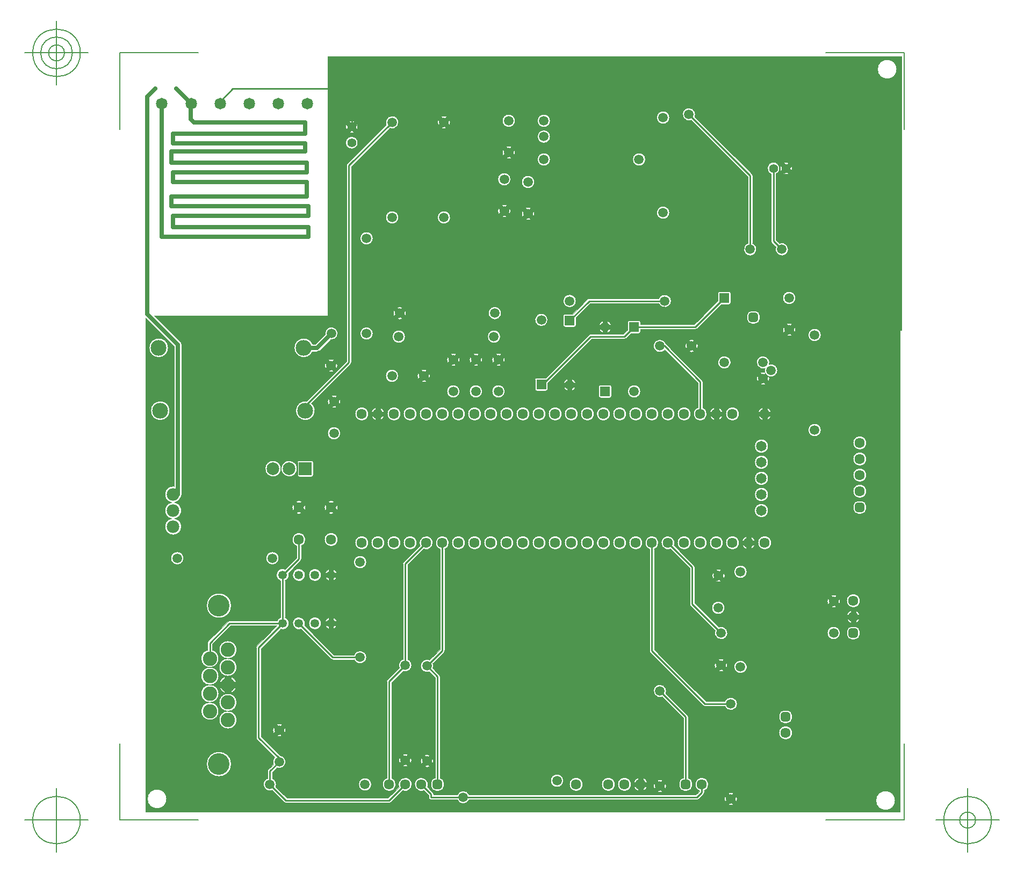
<source format=gbr>
G04 Generated by Ultiboard 13.0 *
%FSLAX34Y34*%
%MOMM*%

%ADD10C,0.0001*%
%ADD11C,0.0010*%
%ADD12C,0.2540*%
%ADD13C,0.7000*%
%ADD14C,0.1270*%
%ADD15C,3.4036*%
%ADD16C,2.2600*%
%ADD17C,1.6088*%
%ADD18C,1.6510*%
%ADD19C,1.5076*%
%ADD20R,0.5291X0.5291*%
%ADD21C,0.9949*%
%ADD22C,1.9898*%
%ADD23C,2.4978*%
%ADD24C,1.5000*%
%ADD25R,1.5000X1.5000*%
%ADD26C,1.9930*%
%ADD27R,1.9930X1.9930*%
%ADD28C,1.8202*%
%ADD29C,1.4000*%
%ADD30C,1.3446*%


G04 ColorRGB 0000FF for the following layer *
%LNCopper Bottom*%
%LPD*%
G54D10*
G36*
X1046480Y666727D02*
X1046480Y666727D01*
X994728Y666727D01*
X963184Y635183D01*
X925555Y597554D01*
X925555Y587720D01*
G75*
D01*
G02X922998Y585163I-2557J0*
G01*
X922998Y585163D01*
X907998Y585163D01*
G75*
D01*
G02X905441Y587720I0J2557*
G01*
X905441Y587720D01*
X905441Y602720D01*
G75*
D01*
G02X907998Y605277I2557J0*
G01*
X907998Y605277D01*
X922436Y605277D01*
X952341Y635183D01*
X952341Y635183D01*
X990429Y673271D01*
G75*
D01*
G02X993146Y674393I2710J-2711*
G01*
X993146Y674393D01*
X1044892Y674393D01*
X1051663Y681164D01*
X1051663Y693300D01*
G75*
D01*
G02X1054220Y695857I2557J0*
G01*
X1054220Y695857D01*
X1069220Y695857D01*
G74*
D01*
G02X1071777Y693300I0J2557*
G01*
X1071777Y693300D01*
X1071777Y689633D01*
X1156652Y689633D01*
X1170599Y703580D01*
X973161Y703580D01*
X970177Y700596D01*
X970177Y688460D01*
G75*
D01*
G02X967620Y685903I-2557J0*
G01*
X967620Y685903D01*
X952620Y685903D01*
G75*
D01*
G02X950063Y688460I0J2557*
G01*
X950063Y688460D01*
X950063Y703460D01*
G74*
D01*
G02X950066Y703580I2557J4*
G01*
X950066Y703580D01*
X922928Y703580D01*
G75*
D01*
G02X908068Y703580I-7430J-6760*
G01*
X908068Y703580D01*
X851491Y703580D01*
G75*
D01*
G02X832969Y703580I-9261J3888*
G01*
X832969Y703580D01*
X701491Y703580D01*
G74*
D01*
G02X701390Y703347I9265J3878*
G01*
X701390Y703347D01*
X701157Y703580D01*
X694492Y703580D01*
G75*
D01*
G02X689968Y703580I-2262J3889*
G01*
X689968Y703580D01*
X683303Y703580D01*
X683070Y703347D01*
G74*
D01*
G02X682969Y703580I9165J4111*
G01*
X682969Y703580D01*
X615973Y703580D01*
X615973Y629920D01*
G75*
D01*
G02X614845Y627204I-3833J0*
G01*
X614845Y627204D01*
X553034Y565393D01*
G75*
D01*
G02X545435Y568637I-9474J-11672*
G01*
X545435Y568637D01*
X608307Y631508D01*
X608307Y703580D01*
X305770Y703580D01*
X347189Y662162D01*
G74*
D01*
G02X348974Y657860I4289J4301*
G01*
X348974Y657860D01*
X348974Y421640D01*
G75*
D01*
G02X347680Y417892I-6074J0*
G01*
G74*
D01*
G02X337834Y408940I12400J3748*
G01*
G75*
D01*
G02X337834Y383540I-2553J-12700*
G01*
G75*
D01*
G02X332726Y383540I-2554J-12700*
G01*
G75*
D01*
G02X332726Y408940I2553J12700*
G01*
G75*
D01*
G02X336826Y434502I2543J12702*
G01*
X336826Y434502D01*
X336826Y655344D01*
X292100Y700070D01*
X292100Y-78740D01*
X1480820Y-78740D01*
X1480820Y703580D01*
X1259881Y703580D01*
X1259881Y698395D01*
G75*
D01*
G02X1252325Y690839I-7556J0*
G01*
X1252325Y690839D01*
X1247035Y690839D01*
G75*
D01*
G02X1239479Y698395I0J7556*
G01*
X1239479Y698395D01*
X1239479Y703580D01*
X1181441Y703580D01*
X1160956Y683095D01*
G74*
D01*
G02X1158240Y681967I2716J2705*
G01*
X1158240Y681967D01*
X1071777Y681967D01*
X1071777Y678300D01*
G75*
D01*
G02X1069220Y675743I-2557J0*
G01*
X1069220Y675743D01*
X1057084Y675743D01*
X1049196Y667855D01*
G74*
D01*
G02X1046480Y666727I2716J2705*
G01*
D02*
G37*
%LPC*%
G36*
X741680Y-59713D02*
G75*
D01*
G02X737847Y-55880I0J3833*
G01*
X737847Y-55880D01*
X737847Y-52388D01*
X730709Y-45250D01*
G75*
D01*
G02X736130Y-39829I-4268J9689*
G01*
X736130Y-39829D01*
X744385Y-48084D01*
G74*
D01*
G02X745513Y-50800I2705J2716*
G01*
X745513Y-50800D01*
X745513Y-52047D01*
X783195Y-52047D01*
G75*
D01*
G02X801765Y-52047I9285J-3833*
G01*
X801765Y-52047D01*
X1159192Y-52047D01*
X1164567Y-46672D01*
X1164567Y-45431D01*
G75*
D01*
G02X1172233Y-45431I3833J9871*
G01*
X1172233Y-45431D01*
X1172233Y-48260D01*
G75*
D01*
G02X1171105Y-50976I-3833J0*
G01*
X1171105Y-50976D01*
X1163496Y-58585D01*
G74*
D01*
G02X1161912Y-59542I2715J2705*
G01*
G75*
D01*
G02X1160774Y-59713I-1132J3661*
G01*
X1160774Y-59713D01*
X801765Y-59713D01*
G75*
D01*
G02X783195Y-59713I-9285J3833*
G01*
X783195Y-59713D01*
X741680Y-59713D01*
D02*
G37*
G36*
X1274512Y626812D02*
G75*
D01*
G02X1274512Y607628I3105J-9592*
G01*
G75*
D01*
G02X1274115Y600382I-9591J-3108*
G01*
X1274115Y600382D01*
X1270000Y604497D01*
G74*
D01*
G02X1264943Y599440I5080J23*
G01*
X1264943Y599440D01*
X1269058Y595325D01*
G75*
D01*
G02X1260782Y595325I-4138J9195*
G01*
X1260782Y595325D01*
X1264897Y599440D01*
G74*
D01*
G02X1259840Y604497I23J5080*
G01*
X1259840Y604497D01*
X1255725Y600382D01*
G75*
D01*
G02X1255725Y608658I9195J4138*
G01*
X1255725Y608658D01*
X1259840Y604543D01*
G74*
D01*
G02X1264897Y609600I5080J23*
G01*
X1264897Y609600D01*
X1260782Y613715D01*
G75*
D01*
G02X1268028Y614112I4138J-9195*
G01*
G75*
D01*
G02X1268028Y620328I9591J3108*
G01*
G75*
D01*
G02X1274512Y626812I-3107J9591*
G01*
D02*
G37*
G36*
X781131Y635183D02*
G75*
D01*
G02X781131Y635183I-4391J-983*
G01*
D02*
G37*
G36*
X785900Y630077D02*
X785900Y630077D01*
X781777Y634200D01*
X782760Y635183D01*
X782760Y635183D01*
X782768Y635190D01*
X785900Y638323D01*
G75*
D01*
G02X785900Y630077I-9160J-4123*
G01*
D02*
G37*
G36*
X803140Y630077D02*
G75*
D01*
G02X803140Y638323I9160J4123*
G01*
X803140Y638323D01*
X806280Y635183D01*
X806280Y635183D01*
X807263Y634200D01*
X803140Y630077D01*
D02*
G37*
G36*
X816691Y635183D02*
G75*
D01*
G02X816691Y635183I-4391J-983*
G01*
D02*
G37*
G36*
X821460Y630077D02*
X821460Y630077D01*
X817337Y634200D01*
X818320Y635183D01*
X818320Y635183D01*
X821460Y638323D01*
G75*
D01*
G02X821460Y630077I-9160J-4123*
G01*
D02*
G37*
G36*
X838700Y630077D02*
G75*
D01*
G02X838700Y638323I9160J4123*
G01*
X838700Y638323D01*
X841840Y635183D01*
X841840Y635183D01*
X842823Y634200D01*
X838700Y630077D01*
D02*
G37*
G36*
X852251Y635183D02*
G75*
D01*
G02X852251Y635183I-4391J-983*
G01*
D02*
G37*
G36*
X857020Y630077D02*
X857020Y630077D01*
X852897Y634200D01*
X853880Y635183D01*
X853880Y635183D01*
X857020Y638323D01*
G75*
D01*
G02X857020Y630077I-9160J-4123*
G01*
D02*
G37*
G36*
X767580Y630077D02*
G75*
D01*
G02X767580Y638323I9160J4123*
G01*
X767580Y638323D01*
X770720Y635183D01*
X770720Y635183D01*
X771703Y634200D01*
X767580Y630077D01*
D02*
G37*
G36*
X1004463Y543056D02*
G75*
D01*
G02X1004463Y543056I8997J5584*
G01*
D02*
G37*
G36*
X1244463Y558953D02*
G75*
D01*
G02X1244463Y558953I-2403J-10313*
G01*
D02*
G37*
G36*
X1195404Y635183D02*
G75*
D01*
G02X1195404Y635183I8556J-5263*
G01*
D02*
G37*
G36*
X1110261Y649617D02*
G75*
D01*
G02X1111974Y658731I-7901J6203*
G01*
G74*
D01*
G02X1112198Y658523I2494J2911*
G01*
X1112198Y658523D01*
X1135539Y635183D01*
X1135539Y635183D01*
X1168563Y602158D01*
G74*
D01*
G02X1169693Y599440I2703J2718*
G01*
X1169693Y599440D01*
X1169693Y558511D01*
G75*
D01*
G02X1162027Y558511I-3833J-9871*
G01*
X1162027Y558511D01*
X1162027Y597852D01*
X1124696Y635183D01*
X1110261Y649617D01*
D02*
G37*
G36*
X524463Y473086D02*
G75*
D01*
G02X524463Y473086I-6303J-10806*
G01*
D02*
G37*
G36*
X523744Y396974D02*
G75*
D01*
G02X523744Y405666I9655J4346*
G01*
X523744Y405666D01*
X528090Y401320D01*
X523744Y396974D01*
D02*
G37*
G36*
X1004463Y-29644D02*
G75*
D01*
G02X1004463Y-29644I-8783J-5916*
G01*
D02*
G37*
G36*
X524463Y298482D02*
G75*
D01*
G02X524463Y298482I8937J-3842*
G01*
D02*
G37*
G36*
X421405Y162941D02*
G75*
D01*
G02X421875Y162941I235J13842*
G01*
G75*
D01*
G02X421405Y162941I-235J-13842*
G01*
D02*
G37*
G36*
X511611Y303673D02*
X511611Y303673D01*
X529567Y321628D01*
X529567Y340649D01*
G75*
D01*
G02X537233Y340649I3833J9871*
G01*
X537233Y340649D01*
X537233Y320040D01*
G75*
D01*
G02X536105Y317324I-3833J0*
G01*
X536105Y317324D01*
X524463Y305681D01*
X517033Y298251D01*
G75*
D01*
G02X511833Y285699I-9033J-3611*
G01*
X511833Y285699D01*
X511833Y227381D01*
G75*
D01*
G02X504389Y209407I-3722J-8987*
G01*
X504389Y209407D01*
X473733Y178752D01*
X473733Y39688D01*
X503427Y9994D01*
G75*
D01*
G02X498565Y-9276I-1013J-9993*
G01*
X498565Y-9276D01*
X491513Y-16328D01*
X491513Y-26275D01*
G75*
D01*
G02X496956Y-39415I-3833J-9285*
G01*
X496956Y-39415D01*
X514668Y-57127D01*
X674052Y-57127D01*
X691350Y-39829D01*
G75*
D01*
G02X696771Y-45250I9689J4268*
G01*
X696771Y-45250D01*
X678356Y-63665D01*
G74*
D01*
G02X676920Y-64573I2716J2705*
G01*
G75*
D01*
G02X675633Y-64793I-1280J3613*
G01*
X675633Y-64793D01*
X513080Y-64793D01*
G75*
D01*
G02X512560Y-64758I-3J3833*
G01*
G74*
D01*
G02X510369Y-63671I519J3798*
G01*
X510369Y-63671D01*
X491535Y-44836D01*
G75*
D01*
G02X483847Y-26275I-3844J9281*
G01*
X483847Y-26275D01*
X483847Y-14750D01*
G75*
D01*
G02X484969Y-12029I3833J11*
G01*
X484969Y-12029D01*
X493144Y-3855D01*
G75*
D01*
G02X495397Y7182I9276J3855*
G01*
X495397Y7182D01*
X467189Y35389D01*
G75*
D01*
G02X466067Y38111I2711J2710*
G01*
X466067Y38111D01*
X466067Y180334D01*
G75*
D01*
G02X467189Y183051I3833J7*
G01*
X467189Y183051D01*
X498745Y214607D01*
X425768Y214607D01*
X397025Y185864D01*
X397025Y176245D01*
G75*
D01*
G02X393427Y149098I-3832J-13304*
G01*
G75*
D01*
G02X393427Y121412I-166J-13843*
G01*
G75*
D01*
G02X393427Y93726I-166J-13843*
G01*
G75*
D01*
G02X392957Y93726I-235J-13842*
G01*
G75*
D01*
G02X392957Y121412I166J13843*
G01*
G75*
D01*
G02X392957Y149098I166J13843*
G01*
G75*
D01*
G02X389359Y176245I228J13842*
G01*
X389359Y176245D01*
X389359Y187445D01*
G75*
D01*
G02X390481Y190163I3833J8*
G01*
X390481Y190163D01*
X421469Y221151D01*
G75*
D01*
G02X424185Y222273I2710J-2711*
G01*
X424185Y222273D01*
X499059Y222273D01*
G74*
D01*
G02X504167Y227381I8940J3832*
G01*
X504167Y227381D01*
X504167Y285699D01*
G75*
D01*
G02X511611Y303673I3722J8987*
G01*
D02*
G37*
G36*
X537011Y209407D02*
G75*
D01*
G02X542433Y214829I-3611J9033*
G01*
X542433Y214829D01*
X588468Y168793D01*
X620635Y168793D01*
G75*
D01*
G02X620635Y161127I9285J-3833*
G01*
X620635Y161127D01*
X586880Y161127D01*
G75*
D01*
G02X586710Y161130I-17J3833*
G01*
G74*
D01*
G02X584169Y162249I169J3829*
G01*
X584169Y162249D01*
X537011Y209407D01*
D02*
G37*
G36*
X1201916Y155183D02*
G75*
D01*
G02X1201916Y155183I-3536J-2783*
G01*
D02*
G37*
G36*
X1207540Y156523D02*
G75*
D01*
G02X1207540Y148277I-9160J-4123*
G01*
X1207540Y148277D01*
X1203417Y152400D01*
X1206200Y155183D01*
X1206200Y155183D01*
X1207540Y156523D01*
D02*
G37*
G36*
X1237790Y155183D02*
G75*
D01*
G02X1237790Y155183I-8430J-5463*
G01*
D02*
G37*
G36*
X1189220Y156523D02*
X1189220Y156523D01*
X1190560Y155183D01*
X1190560Y155183D01*
X1193343Y152400D01*
X1189220Y148277D01*
G75*
D01*
G02X1189220Y156523I9160J4123*
G01*
D02*
G37*
G36*
X1086949Y172549D02*
G75*
D01*
G02X1085827Y175271I2711J2710*
G01*
X1085827Y175271D01*
X1085827Y335569D01*
G75*
D01*
G02X1093493Y335569I3833J9871*
G01*
X1093493Y335569D01*
X1093493Y176848D01*
X1115159Y155183D01*
X1115159Y155183D01*
X1175068Y95273D01*
X1204835Y95273D01*
G75*
D01*
G02X1204835Y87607I9285J-3833*
G01*
X1204835Y87607D01*
X1173480Y87607D01*
G75*
D01*
G02X1173375Y87608I-16J3833*
G01*
G74*
D01*
G02X1170769Y88729I104J3832*
G01*
X1170769Y88729D01*
X1104316Y155183D01*
X1104316Y155183D01*
X1086949Y172549D01*
D02*
G37*
G36*
X744526Y155205D02*
G75*
D01*
G02X744526Y147495I-9276J-3855*
G01*
X744526Y147495D01*
X754543Y137478D01*
G74*
D01*
G02X755673Y134760I2703J2718*
G01*
X755673Y134760D01*
X755673Y-25453D01*
G74*
D01*
G02X762041Y-32915I1187J7461*
G01*
X762041Y-32915D01*
X762041Y-38205D01*
G75*
D01*
G02X754485Y-45761I-7556J0*
G01*
X754485Y-45761D01*
X749195Y-45761D01*
G75*
D01*
G02X741639Y-38205I0J7556*
G01*
X741639Y-38205D01*
X741639Y-32915D01*
G74*
D01*
G02X748007Y-25453I7556J0*
G01*
X748007Y-25453D01*
X748007Y133172D01*
X739105Y142074D01*
G75*
D01*
G02X739105Y160626I-3855J9276*
G01*
X739105Y160626D01*
X755627Y177148D01*
X755627Y335569D01*
G75*
D01*
G02X763293Y335569I3833J9871*
G01*
X763293Y335569D01*
X763293Y175560D01*
G75*
D01*
G02X762165Y172844I-3833J0*
G01*
X762165Y172844D01*
X744526Y155205D01*
D02*
G37*
G36*
X704873Y161685D02*
G75*
D01*
G02X697185Y143124I-3844J-9281*
G01*
X697185Y143124D01*
X679473Y125412D01*
X679473Y-25689D01*
G75*
D01*
G02X671807Y-25689I-3833J-9871*
G01*
X671807Y-25689D01*
X671807Y126992D01*
G75*
D01*
G02X672929Y129711I3833J9*
G01*
X672929Y129711D01*
X691764Y148545D01*
G75*
D01*
G02X697207Y161685I9276J3855*
G01*
X697207Y161685D01*
X697207Y312413D01*
G75*
D01*
G02X698329Y315131I3833J8*
G01*
X698329Y315131D01*
X724370Y341171D01*
G75*
D01*
G02X729791Y335750I9689J4268*
G01*
X729791Y335750D01*
X704873Y310832D01*
X704873Y161685D01*
D02*
G37*
G36*
X1273128Y395183D02*
G75*
D01*
G02X1273128Y395183I-10748J1057*
G01*
D02*
G37*
G36*
X1427521Y398675D02*
G75*
D01*
G02X1419965Y391119I-7556J0*
G01*
X1419965Y391119D01*
X1414675Y391119D01*
G75*
D01*
G02X1407119Y398675I0J7556*
G01*
X1407119Y398675D01*
X1407119Y403965D01*
G75*
D01*
G02X1414675Y411521I7556J0*
G01*
X1414675Y411521D01*
X1419965Y411521D01*
G74*
D01*
G02X1427521Y403965I0J7556*
G01*
X1427521Y403965D01*
X1427521Y398675D01*
D02*
G37*
G36*
X1244463Y349180D02*
G75*
D01*
G02X1244463Y349180I-2403J-3740*
G01*
D02*
G37*
G36*
X1004463Y351024D02*
G75*
D01*
G02X1004463Y351024I8997J-5584*
G01*
D02*
G37*
G36*
X764463Y539307D02*
G75*
D01*
G02X764463Y539307I-5003J9333*
G01*
D02*
G37*
G36*
X537746Y391664D02*
G75*
D01*
G02X529054Y391664I-4346J9655*
G01*
X529054Y391664D01*
X533400Y396010D01*
X537746Y391664D01*
D02*
G37*
G36*
X588546Y391664D02*
G75*
D01*
G02X579854Y391664I-4346J9655*
G01*
X579854Y391664D01*
X584200Y396010D01*
X588546Y391664D01*
D02*
G37*
G36*
X297489Y652883D02*
G75*
D01*
G02X297489Y652883I15034J0*
G01*
D02*
G37*
G36*
X1025392Y682238D02*
G74*
D01*
G02X1019562Y676408I9391J3561*
G01*
X1019562Y676408D01*
X1019562Y682238D01*
X1025392Y682238D01*
D02*
G37*
G36*
X1012438Y676408D02*
G74*
D01*
G02X1006608Y682238I3561J9391*
G01*
X1006608Y682238D01*
X1012438Y682238D01*
X1012438Y676408D01*
D02*
G37*
G36*
X1019562Y695192D02*
G74*
D01*
G02X1025392Y689362I3561J9391*
G01*
X1025392Y689362D01*
X1019562Y689362D01*
X1019562Y695192D01*
D02*
G37*
G36*
X1011500Y685800D02*
G75*
D01*
G02X1011500Y685800I4500J0*
G01*
D02*
G37*
G36*
X1006608Y689362D02*
G74*
D01*
G02X1012438Y695192I9391J3561*
G01*
X1012438Y695192D01*
X1012438Y689362D01*
X1006608Y689362D01*
D02*
G37*
G36*
X574748Y674278D02*
G75*
D01*
G02X583338Y665688I9951J1361*
G01*
X583338Y665688D01*
X566245Y648595D01*
G74*
D01*
G02X561943Y646809I4302J4288*
G01*
X561943Y646809D01*
X554876Y646809D01*
G75*
D01*
G02X554876Y658957I-13752J6074*
G01*
X554876Y658957D01*
X559427Y658957D01*
X574748Y674278D01*
D02*
G37*
G36*
X630035Y675640D02*
G75*
D01*
G02X630035Y675640I10045J0*
G01*
D02*
G37*
G36*
X680835Y670560D02*
G75*
D01*
G02X680835Y670560I10045J0*
G01*
D02*
G37*
G36*
X696353Y698310D02*
G75*
D01*
G02X688107Y698310I-4123J9160*
G01*
X688107Y698310D01*
X692230Y702432D01*
X696353Y698310D01*
D02*
G37*
G36*
X299926Y553720D02*
G75*
D01*
G02X299926Y553720I15034J0*
G01*
D02*
G37*
G36*
X506543Y40840D02*
G75*
D01*
G02X498297Y40840I-4123J9160*
G01*
X498297Y40840D01*
X502420Y44963D01*
X506543Y40840D01*
D02*
G37*
G36*
X498297Y59160D02*
G75*
D01*
G02X506543Y59160I4123J-9160*
G01*
X506543Y59160D01*
X502420Y55037D01*
X498297Y59160D01*
D02*
G37*
G36*
X497920Y50000D02*
G75*
D01*
G02X497920Y50000I4500J0*
G01*
D02*
G37*
G36*
X493260Y54123D02*
X493260Y54123D01*
X497383Y50000D01*
X493260Y45877D01*
G75*
D01*
G02X493260Y54123I9160J4123*
G01*
D02*
G37*
G36*
X511580Y54123D02*
G75*
D01*
G02X511580Y45877I-9160J-4123*
G01*
X511580Y45877D01*
X507457Y50000D01*
X511580Y54123D01*
D02*
G37*
G36*
X1301937Y690680D02*
G75*
D01*
G02X1310183Y690680I4123J-9160*
G01*
X1310183Y690680D01*
X1306060Y686557D01*
X1301937Y690680D01*
D02*
G37*
G36*
X1296900Y685643D02*
X1296900Y685643D01*
X1301023Y681520D01*
X1296900Y677397D01*
G75*
D01*
G02X1296900Y685643I9160J4123*
G01*
D02*
G37*
G36*
X1315220Y685643D02*
G75*
D01*
G02X1315220Y677397I-9160J-4123*
G01*
X1315220Y677397D01*
X1311097Y681520D01*
X1315220Y685643D01*
D02*
G37*
G36*
X1301560Y681520D02*
G75*
D01*
G02X1301560Y681520I4500J0*
G01*
D02*
G37*
G36*
X1310183Y672360D02*
G75*
D01*
G02X1301937Y672360I-4123J9160*
G01*
X1301937Y672360D01*
X1306060Y676483D01*
X1310183Y672360D01*
D02*
G37*
G36*
X1336155Y673240D02*
G75*
D01*
G02X1336155Y673240I10045J0*
G01*
D02*
G37*
G36*
X772617Y643360D02*
G75*
D01*
G02X780863Y643360I4123J-9160*
G01*
X780863Y643360D01*
X776740Y639237D01*
X772617Y643360D01*
D02*
G37*
G36*
X808177Y643360D02*
G75*
D01*
G02X816423Y643360I4123J-9160*
G01*
X816423Y643360D01*
X812300Y639237D01*
X808177Y643360D01*
D02*
G37*
G36*
X843737Y643360D02*
G75*
D01*
G02X851983Y643360I4123J-9160*
G01*
X851983Y643360D01*
X847860Y639237D01*
X843737Y643360D01*
D02*
G37*
G36*
X830835Y670560D02*
G75*
D01*
G02X830835Y670560I10045J0*
G01*
D02*
G37*
G36*
X1161520Y659943D02*
G75*
D01*
G02X1161520Y651697I-9160J-4123*
G01*
X1161520Y651697D01*
X1157397Y655820D01*
X1161520Y659943D01*
D02*
G37*
G36*
X1147860Y655820D02*
G75*
D01*
G02X1147860Y655820I4500J0*
G01*
D02*
G37*
G36*
X1143200Y659943D02*
X1143200Y659943D01*
X1147323Y655820D01*
X1143200Y651697D01*
G75*
D01*
G02X1143200Y659943I9160J4123*
G01*
D02*
G37*
G36*
X1156483Y646660D02*
G75*
D01*
G02X1148237Y646660I-4123J9160*
G01*
X1148237Y646660D01*
X1152360Y650783D01*
X1156483Y646660D01*
D02*
G37*
G36*
X1148237Y664980D02*
G75*
D01*
G02X1156483Y664980I4123J-9160*
G01*
X1156483Y664980D01*
X1152360Y660857D01*
X1148237Y664980D01*
D02*
G37*
G36*
X480250Y462280D02*
G75*
D01*
G02X480250Y462280I12510J0*
G01*
D02*
G37*
G36*
X930156Y-29833D02*
G75*
D01*
G02X930156Y-29833I10045J0*
G01*
D02*
G37*
G36*
X959691Y-35560D02*
G75*
D01*
G02X959691Y-35560I10589J0*
G01*
D02*
G37*
G36*
X294795Y-58420D02*
G75*
D01*
G02X294795Y-58420I15085J0*
G01*
D02*
G37*
G36*
X387853Y-3556D02*
G75*
D01*
G02X387853Y-3556I19563J0*
G01*
D02*
G37*
G36*
X421405Y79883D02*
G75*
D01*
G02X421875Y79883I235J13842*
G01*
G75*
D01*
G02X421405Y79883I-235J-13842*
G01*
D02*
G37*
G36*
X416640Y121412D02*
G75*
D01*
G02X416640Y121412I5000J0*
G01*
D02*
G37*
G36*
X416730Y108467D02*
G74*
D01*
G02X408695Y116502I4909J12944*
G01*
X408695Y116502D01*
X416730Y116502D01*
X416730Y108467D01*
D02*
G37*
G36*
X434585Y116502D02*
G74*
D01*
G02X426550Y108467I12944J4909*
G01*
X426550Y108467D01*
X426550Y116502D01*
X434585Y116502D01*
D02*
G37*
G36*
X408695Y126322D02*
G74*
D01*
G02X416730Y134357I12944J4909*
G01*
X416730Y134357D01*
X416730Y126322D01*
X408695Y126322D01*
D02*
G37*
G36*
X426550Y134357D02*
G74*
D01*
G02X434585Y126322I4909J12944*
G01*
X434585Y126322D01*
X426550Y126322D01*
X426550Y134357D01*
D02*
G37*
G36*
X1303125Y81321D02*
G74*
D01*
G02X1310681Y73765I0J7556*
G01*
X1310681Y73765D01*
X1310681Y68475D01*
G75*
D01*
G02X1303125Y60919I-7556J0*
G01*
X1303125Y60919D01*
X1297835Y60919D01*
G75*
D01*
G02X1290279Y68475I0J7556*
G01*
X1290279Y68475D01*
X1290279Y73765D01*
G75*
D01*
G02X1297835Y81321I7556J0*
G01*
X1297835Y81321D01*
X1303125Y81321D01*
D02*
G37*
G36*
X1442875Y-60960D02*
G75*
D01*
G02X1442875Y-60960I15085J0*
G01*
D02*
G37*
G36*
X1289891Y45720D02*
G75*
D01*
G02X1289891Y45720I10589J0*
G01*
D02*
G37*
G36*
X387853Y246380D02*
G75*
D01*
G02X387853Y246380I19563J0*
G01*
D02*
G37*
G36*
X331665Y321090D02*
G75*
D01*
G02X331665Y321090I10045J0*
G01*
D02*
G37*
G36*
X481665Y321090D02*
G75*
D01*
G02X481665Y321090I10045J0*
G01*
D02*
G37*
G36*
X1204960Y-54437D02*
X1204960Y-54437D01*
X1209083Y-58560D01*
X1204960Y-62683D01*
G75*
D01*
G02X1204960Y-54437I9160J4123*
G01*
D02*
G37*
G36*
X1223280Y-54437D02*
G75*
D01*
G02X1223280Y-62683I-9160J-4123*
G01*
X1223280Y-62683D01*
X1219157Y-58560D01*
X1223280Y-54437D01*
D02*
G37*
G36*
X1209620Y-58560D02*
G75*
D01*
G02X1209620Y-58560I4500J0*
G01*
D02*
G37*
G36*
X1218243Y-67720D02*
G75*
D01*
G02X1209997Y-67720I-4123J9160*
G01*
X1209997Y-67720D01*
X1214120Y-63597D01*
X1218243Y-67720D01*
D02*
G37*
G36*
X1010491Y-35560D02*
G75*
D01*
G02X1010491Y-35560I10589J0*
G01*
D02*
G37*
G36*
X1035891Y-35560D02*
G75*
D01*
G02X1035891Y-35560I10589J0*
G01*
D02*
G37*
G36*
X1061741Y-39177D02*
X1061741Y-39177D01*
X1068263Y-39177D01*
X1068263Y-45699D01*
G74*
D01*
G02X1061741Y-39177I971J7493*
G01*
D02*
G37*
G36*
X1075498Y-45699D02*
X1075498Y-45699D01*
X1075498Y-39177D01*
X1082019Y-39177D01*
G74*
D01*
G02X1075498Y-45699I7493J971*
G01*
D02*
G37*
G36*
X1066905Y-35560D02*
G75*
D01*
G02X1066905Y-35560I4975J0*
G01*
D02*
G37*
G36*
X1093200Y-34117D02*
X1093200Y-34117D01*
X1097323Y-38240D01*
X1093200Y-42363D01*
G75*
D01*
G02X1093200Y-34117I9160J4123*
G01*
D02*
G37*
G36*
X1106483Y-47400D02*
G75*
D01*
G02X1098237Y-47400I-4123J9160*
G01*
X1098237Y-47400D01*
X1102360Y-43277D01*
X1106483Y-47400D01*
D02*
G37*
G36*
X1097860Y-38240D02*
G75*
D01*
G02X1097860Y-38240I4500J0*
G01*
D02*
G37*
G36*
X1111520Y-34117D02*
G75*
D01*
G02X1111520Y-42363I-9160J-4123*
G01*
X1111520Y-42363D01*
X1107397Y-38240D01*
X1111520Y-34117D01*
D02*
G37*
G36*
X1111636Y107905D02*
X1111636Y107905D01*
X1145705Y73836D01*
G74*
D01*
G02X1146833Y71120I2705J2716*
G01*
X1146833Y71120D01*
X1146833Y-25453D01*
G74*
D01*
G02X1153201Y-32915I1187J7461*
G01*
X1153201Y-32915D01*
X1153201Y-38205D01*
G75*
D01*
G02X1145645Y-45761I-7556J0*
G01*
X1145645Y-45761D01*
X1140355Y-45761D01*
G75*
D01*
G02X1132799Y-38205I0J7556*
G01*
X1132799Y-38205D01*
X1132799Y-32915D01*
G74*
D01*
G02X1139167Y-25453I7556J0*
G01*
X1139167Y-25453D01*
X1139167Y69532D01*
X1106215Y102484D01*
G75*
D01*
G02X1111636Y107905I-3855J9276*
G01*
D02*
G37*
G36*
X1209997Y-49400D02*
G75*
D01*
G02X1218243Y-49400I4123J-9160*
G01*
X1218243Y-49400D01*
X1214120Y-53523D01*
X1209997Y-49400D01*
D02*
G37*
G36*
X1082019Y-31942D02*
X1082019Y-31942D01*
X1075498Y-31942D01*
X1075498Y-25421D01*
G74*
D01*
G02X1082019Y-31942I972J7493*
G01*
D02*
G37*
G36*
X1068263Y-25421D02*
X1068263Y-25421D01*
X1068263Y-31942D01*
X1061741Y-31942D01*
G74*
D01*
G02X1068263Y-25421I7493J972*
G01*
D02*
G37*
G36*
X1098237Y-29080D02*
G75*
D01*
G02X1106483Y-29080I4123J-9160*
G01*
X1106483Y-29080D01*
X1102360Y-33203D01*
X1098237Y-29080D01*
D02*
G37*
G36*
X1202503Y143240D02*
G75*
D01*
G02X1194257Y143240I-4123J9160*
G01*
X1194257Y143240D01*
X1198380Y147363D01*
X1202503Y143240D01*
D02*
G37*
G36*
X627635Y-35560D02*
G75*
D01*
G02X627635Y-35560I10045J0*
G01*
D02*
G37*
G36*
X696917Y11560D02*
G75*
D01*
G02X705163Y11560I4123J-9160*
G01*
X705163Y11560D01*
X701040Y7437D01*
X696917Y11560D01*
D02*
G37*
G36*
X705163Y-6760D02*
G75*
D01*
G02X696917Y-6760I-4123J9160*
G01*
X696917Y-6760D01*
X701040Y-2637D01*
X705163Y-6760D01*
D02*
G37*
G36*
X696540Y2400D02*
G75*
D01*
G02X696540Y2400I4500J0*
G01*
D02*
G37*
G36*
X691880Y6523D02*
X691880Y6523D01*
X696003Y2400D01*
X691880Y-1723D01*
G75*
D01*
G02X691880Y6523I9160J4123*
G01*
D02*
G37*
G36*
X710200Y6523D02*
G75*
D01*
G02X710200Y-1723I-9160J-4123*
G01*
X710200Y-1723D01*
X706077Y2400D01*
X710200Y6523D01*
D02*
G37*
G36*
X726090Y5473D02*
X726090Y5473D01*
X730213Y1350D01*
X726090Y-2773D01*
G75*
D01*
G02X726090Y5473I9160J4123*
G01*
D02*
G37*
G36*
X731127Y10510D02*
G75*
D01*
G02X739373Y10510I4123J-9160*
G01*
X739373Y10510D01*
X735250Y6387D01*
X731127Y10510D01*
D02*
G37*
G36*
X739373Y-7810D02*
G75*
D01*
G02X731127Y-7810I-4123J9160*
G01*
X731127Y-7810D01*
X735250Y-3687D01*
X739373Y-7810D01*
D02*
G37*
G36*
X730750Y1350D02*
G75*
D01*
G02X730750Y1350I4500J0*
G01*
D02*
G37*
G36*
X744410Y5473D02*
G75*
D01*
G02X744410Y-2773I-9160J-4123*
G01*
X744410Y-2773D01*
X740287Y1350D01*
X744410Y5473D01*
D02*
G37*
G36*
X1366135Y203200D02*
G75*
D01*
G02X1366135Y203200I10045J0*
G01*
D02*
G37*
G36*
X1404515Y192999D02*
G75*
D01*
G02X1396959Y200555I0J7556*
G01*
X1396959Y200555D01*
X1396959Y205845D01*
G75*
D01*
G02X1404515Y213401I7556J0*
G01*
X1404515Y213401D01*
X1409805Y213401D01*
G74*
D01*
G02X1417361Y205845I0J7556*
G01*
X1417361Y205845D01*
X1417361Y200555D01*
G75*
D01*
G02X1409805Y192999I-7556J0*
G01*
X1409805Y192999D01*
X1404515Y192999D01*
D02*
G37*
G36*
X1403405Y218699D02*
G74*
D01*
G02X1397259Y224845I3755J9901*
G01*
X1397259Y224845D01*
X1403405Y224845D01*
X1403405Y218699D01*
D02*
G37*
G36*
X1417061Y224845D02*
G74*
D01*
G02X1410915Y218699I9901J3755*
G01*
X1410915Y218699D01*
X1410915Y224845D01*
X1417061Y224845D01*
D02*
G37*
G36*
X1397259Y232355D02*
G74*
D01*
G02X1403405Y238501I9901J3755*
G01*
X1403405Y238501D01*
X1403405Y232355D01*
X1397259Y232355D01*
D02*
G37*
G36*
X1410915Y238501D02*
G74*
D01*
G02X1417061Y232355I3755J9901*
G01*
X1417061Y232355D01*
X1410915Y232355D01*
X1410915Y238501D01*
D02*
G37*
G36*
X1402715Y228600D02*
G75*
D01*
G02X1402715Y228600I4445J0*
G01*
D02*
G37*
G36*
X1372057Y262360D02*
G75*
D01*
G02X1380303Y262360I4123J-9160*
G01*
X1380303Y262360D01*
X1376180Y258237D01*
X1372057Y262360D01*
D02*
G37*
G36*
X1380303Y244040D02*
G75*
D01*
G02X1372057Y244040I-4123J9160*
G01*
X1372057Y244040D01*
X1376180Y248163D01*
X1380303Y244040D01*
D02*
G37*
G36*
X1371680Y253200D02*
G75*
D01*
G02X1371680Y253200I4500J0*
G01*
D02*
G37*
G36*
X1367020Y257323D02*
X1367020Y257323D01*
X1371143Y253200D01*
X1367020Y249077D01*
G75*
D01*
G02X1367020Y257323I9160J4123*
G01*
D02*
G37*
G36*
X1396571Y254000D02*
G75*
D01*
G02X1396571Y254000I10589J0*
G01*
D02*
G37*
G36*
X1385340Y257323D02*
G75*
D01*
G02X1385340Y249077I-9160J-4123*
G01*
X1385340Y249077D01*
X1381217Y253200D01*
X1385340Y257323D01*
D02*
G37*
G36*
X1251961Y341685D02*
G74*
D01*
G02X1245815Y335539I9901J3755*
G01*
X1245815Y335539D01*
X1245815Y341685D01*
X1251961Y341685D01*
D02*
G37*
G36*
X1256871Y345440D02*
G75*
D01*
G02X1256871Y345440I10589J0*
G01*
D02*
G37*
G36*
X1245815Y355341D02*
G74*
D01*
G02X1251961Y349195I3755J9901*
G01*
X1251961Y349195D01*
X1245815Y349195D01*
X1245815Y355341D01*
D02*
G37*
G36*
X1251580Y421640D02*
G75*
D01*
G02X1251580Y421640I10800J0*
G01*
D02*
G37*
G36*
X1406731Y426720D02*
G75*
D01*
G02X1406731Y426720I10589J0*
G01*
D02*
G37*
G36*
X1251580Y447040D02*
G75*
D01*
G02X1251580Y447040I10800J0*
G01*
D02*
G37*
G36*
X1406731Y452120D02*
G75*
D01*
G02X1406731Y452120I10589J0*
G01*
D02*
G37*
G36*
X1251580Y472440D02*
G75*
D01*
G02X1251580Y472440I10800J0*
G01*
D02*
G37*
G36*
X1406731Y477520D02*
G75*
D01*
G02X1406731Y477520I10589J0*
G01*
D02*
G37*
G36*
X1251580Y497840D02*
G75*
D01*
G02X1251580Y497840I10800J0*
G01*
D02*
G37*
G36*
X1406731Y502920D02*
G75*
D01*
G02X1406731Y502920I10589J0*
G01*
D02*
G37*
G36*
X1336155Y523240D02*
G75*
D01*
G02X1336155Y523240I10045J0*
G01*
D02*
G37*
G36*
X1263705Y538739D02*
G74*
D01*
G02X1257559Y544885I3755J9901*
G01*
X1257559Y544885D01*
X1263705Y544885D01*
X1263705Y538739D01*
D02*
G37*
G36*
X1277361Y544885D02*
G74*
D01*
G02X1271215Y538739I9901J3755*
G01*
X1271215Y538739D01*
X1271215Y544885D01*
X1277361Y544885D01*
D02*
G37*
G36*
X1257559Y552395D02*
G74*
D01*
G02X1263705Y558541I9901J3755*
G01*
X1263705Y558541D01*
X1263705Y552395D01*
X1257559Y552395D01*
D02*
G37*
G36*
X1271215Y558541D02*
G74*
D01*
G02X1277361Y552395I3755J9901*
G01*
X1277361Y552395D01*
X1271215Y552395D01*
X1271215Y558541D01*
D02*
G37*
G36*
X1263015Y548640D02*
G75*
D01*
G02X1263015Y548640I4445J0*
G01*
D02*
G37*
G36*
X774271Y345440D02*
G75*
D01*
G02X774271Y345440I10589J0*
G01*
D02*
G37*
G36*
X799671Y345440D02*
G75*
D01*
G02X799671Y345440I10589J0*
G01*
D02*
G37*
G36*
X825071Y345440D02*
G75*
D01*
G02X825071Y345440I10589J0*
G01*
D02*
G37*
G36*
X850471Y345440D02*
G75*
D01*
G02X850471Y345440I10589J0*
G01*
D02*
G37*
G36*
X875871Y345440D02*
G75*
D01*
G02X875871Y345440I10589J0*
G01*
D02*
G37*
G36*
X901271Y345440D02*
G75*
D01*
G02X901271Y345440I10589J0*
G01*
D02*
G37*
G36*
X926671Y345440D02*
G75*
D01*
G02X926671Y345440I10589J0*
G01*
D02*
G37*
G36*
X952071Y345440D02*
G75*
D01*
G02X952071Y345440I10589J0*
G01*
D02*
G37*
G36*
X977471Y345440D02*
G75*
D01*
G02X977471Y345440I10589J0*
G01*
D02*
G37*
G36*
X1232159Y349195D02*
G74*
D01*
G02X1238305Y355341I9901J3755*
G01*
X1238305Y355341D01*
X1238305Y349195D01*
X1232159Y349195D01*
D02*
G37*
G36*
X1194257Y161560D02*
G75*
D01*
G02X1202503Y161560I4123J-9160*
G01*
X1202503Y161560D01*
X1198380Y157437D01*
X1194257Y161560D01*
D02*
G37*
G36*
X1119329Y335750D02*
G75*
D01*
G02X1124750Y341171I-4268J9689*
G01*
X1124750Y341171D01*
X1155865Y310056D01*
G74*
D01*
G02X1156993Y307340I2705J2716*
G01*
X1156993Y307340D01*
X1156993Y250508D01*
X1195025Y212476D01*
G75*
D01*
G02X1189604Y207055I3855J-9276*
G01*
X1189604Y207055D01*
X1150449Y246209D01*
G75*
D01*
G02X1149327Y248931I2711J2710*
G01*
X1149327Y248931D01*
X1149327Y305752D01*
X1119329Y335750D01*
D02*
G37*
G36*
X1184255Y242840D02*
G75*
D01*
G02X1184255Y242840I10045J0*
G01*
D02*
G37*
G36*
X1190677Y302800D02*
G75*
D01*
G02X1198923Y302800I4123J-9160*
G01*
X1198923Y302800D01*
X1194800Y298677D01*
X1190677Y302800D01*
D02*
G37*
G36*
X1203960Y297763D02*
G75*
D01*
G02X1203960Y289517I-9160J-4123*
G01*
X1203960Y289517D01*
X1199837Y293640D01*
X1203960Y297763D01*
D02*
G37*
G36*
X1185640Y297763D02*
X1185640Y297763D01*
X1189763Y293640D01*
X1185640Y289517D01*
G75*
D01*
G02X1185640Y297763I9160J4123*
G01*
D02*
G37*
G36*
X1198923Y284480D02*
G75*
D01*
G02X1190677Y284480I-4123J9160*
G01*
X1190677Y284480D01*
X1194800Y288603D01*
X1198923Y284480D01*
D02*
G37*
G36*
X1190300Y293640D02*
G75*
D01*
G02X1190300Y293640I4500J0*
G01*
D02*
G37*
G36*
X1219315Y299720D02*
G75*
D01*
G02X1219315Y299720I10045J0*
G01*
D02*
G37*
G36*
X1028271Y345440D02*
G75*
D01*
G02X1028271Y345440I10589J0*
G01*
D02*
G37*
G36*
X1053671Y345440D02*
G75*
D01*
G02X1053671Y345440I10589J0*
G01*
D02*
G37*
G36*
X1129871Y345440D02*
G75*
D01*
G02X1129871Y345440I10589J0*
G01*
D02*
G37*
G36*
X1155271Y345440D02*
G75*
D01*
G02X1155271Y345440I10589J0*
G01*
D02*
G37*
G36*
X1180671Y345440D02*
G75*
D01*
G02X1180671Y345440I10589J0*
G01*
D02*
G37*
G36*
X1206071Y345440D02*
G75*
D01*
G02X1206071Y345440I10589J0*
G01*
D02*
G37*
G36*
X1238305Y335539D02*
G74*
D01*
G02X1232159Y341685I3755J9901*
G01*
X1232159Y341685D01*
X1238305Y341685D01*
X1238305Y335539D01*
D02*
G37*
G36*
X774271Y548640D02*
G75*
D01*
G02X774271Y548640I10589J0*
G01*
D02*
G37*
G36*
X799671Y548640D02*
G75*
D01*
G02X799671Y548640I10589J0*
G01*
D02*
G37*
G36*
X825071Y548640D02*
G75*
D01*
G02X825071Y548640I10589J0*
G01*
D02*
G37*
G36*
X850471Y548640D02*
G75*
D01*
G02X850471Y548640I10589J0*
G01*
D02*
G37*
G36*
X875871Y548640D02*
G75*
D01*
G02X875871Y548640I10589J0*
G01*
D02*
G37*
G36*
X901271Y548640D02*
G75*
D01*
G02X901271Y548640I10589J0*
G01*
D02*
G37*
G36*
X926671Y548640D02*
G75*
D01*
G02X926671Y548640I10589J0*
G01*
D02*
G37*
G36*
X952071Y548640D02*
G75*
D01*
G02X952071Y548640I10589J0*
G01*
D02*
G37*
G36*
X977471Y548640D02*
G75*
D01*
G02X977471Y548640I10589J0*
G01*
D02*
G37*
G36*
X766695Y584200D02*
G75*
D01*
G02X766695Y584200I10045J0*
G01*
D02*
G37*
G36*
X802255Y584200D02*
G75*
D01*
G02X802255Y584200I10045J0*
G01*
D02*
G37*
G36*
X837815Y584200D02*
G75*
D01*
G02X837815Y584200I10045J0*
G01*
D02*
G37*
G36*
X950728Y597922D02*
G74*
D01*
G02X956558Y603752I9391J3561*
G01*
X956558Y603752D01*
X956558Y597922D01*
X950728Y597922D01*
D02*
G37*
G36*
X955620Y594360D02*
G75*
D01*
G02X955620Y594360I4500J0*
G01*
D02*
G37*
G36*
X956558Y584968D02*
G74*
D01*
G02X950728Y590798I3561J9391*
G01*
X950728Y590798D01*
X956558Y590798D01*
X956558Y584968D01*
D02*
G37*
G36*
X963682Y603752D02*
G74*
D01*
G02X969512Y597922I3561J9391*
G01*
X969512Y597922D01*
X963682Y597922D01*
X963682Y603752D01*
D02*
G37*
G36*
X969512Y590798D02*
G74*
D01*
G02X963682Y584968I9391J3561*
G01*
X963682Y584968D01*
X963682Y590798D01*
X969512Y590798D01*
D02*
G37*
G36*
X780863Y625040D02*
G75*
D01*
G02X772617Y625040I-4123J9160*
G01*
X772617Y625040D01*
X776740Y629163D01*
X780863Y625040D01*
D02*
G37*
G36*
X816423Y625040D02*
G75*
D01*
G02X808177Y625040I-4123J9160*
G01*
X808177Y625040D01*
X812300Y629163D01*
X816423Y625040D01*
D02*
G37*
G36*
X851983Y625040D02*
G75*
D01*
G02X843737Y625040I-4123J9160*
G01*
X843737Y625040D01*
X847860Y629163D01*
X851983Y625040D01*
D02*
G37*
G36*
X587650Y227536D02*
G74*
D01*
G02X593296Y221890I3450J9096*
G01*
X593296Y221890D01*
X587650Y221890D01*
X587650Y227536D01*
D02*
G37*
G36*
X575104Y221890D02*
G74*
D01*
G02X580750Y227536I9096J3450*
G01*
X580750Y227536D01*
X580750Y221890D01*
X575104Y221890D01*
D02*
G37*
G36*
X593296Y214990D02*
G74*
D01*
G02X587650Y209344I9096J3450*
G01*
X587650Y209344D01*
X587650Y214990D01*
X593296Y214990D01*
D02*
G37*
G36*
X579755Y218440D02*
G75*
D01*
G02X579755Y218440I4445J0*
G01*
D02*
G37*
G36*
X580750Y209344D02*
G74*
D01*
G02X575104Y214990I3450J9096*
G01*
X575104Y214990D01*
X580750Y214990D01*
X580750Y209344D01*
D02*
G37*
G36*
X549072Y218440D02*
G75*
D01*
G02X549072Y218440I9728J0*
G01*
D02*
G37*
G36*
X549072Y294640D02*
G75*
D01*
G02X549072Y294640I9728J0*
G01*
D02*
G37*
G36*
X575104Y298090D02*
G74*
D01*
G02X580750Y303736I9096J3450*
G01*
X580750Y303736D01*
X580750Y298090D01*
X575104Y298090D01*
D02*
G37*
G36*
X580750Y285544D02*
G74*
D01*
G02X575104Y291190I3450J9096*
G01*
X575104Y291190D01*
X580750Y291190D01*
X580750Y285544D01*
D02*
G37*
G36*
X579755Y294640D02*
G75*
D01*
G02X579755Y294640I4445J0*
G01*
D02*
G37*
G36*
X587650Y303736D02*
G74*
D01*
G02X593296Y298090I3450J9096*
G01*
X593296Y298090D01*
X587650Y298090D01*
X587650Y303736D01*
D02*
G37*
G36*
X593296Y291190D02*
G74*
D01*
G02X587650Y285544I9096J3450*
G01*
X587650Y285544D01*
X587650Y291190D01*
X593296Y291190D01*
D02*
G37*
G36*
X619875Y314960D02*
G75*
D01*
G02X619875Y314960I10045J0*
G01*
D02*
G37*
G36*
X573611Y350520D02*
G75*
D01*
G02X573611Y350520I10589J0*
G01*
D02*
G37*
G36*
X621871Y345440D02*
G75*
D01*
G02X621871Y345440I10589J0*
G01*
D02*
G37*
G36*
X647271Y345440D02*
G75*
D01*
G02X647271Y345440I10589J0*
G01*
D02*
G37*
G36*
X672671Y345440D02*
G75*
D01*
G02X672671Y345440I10589J0*
G01*
D02*
G37*
G36*
X698071Y345440D02*
G75*
D01*
G02X698071Y345440I10589J0*
G01*
D02*
G37*
G36*
X1028271Y548640D02*
G75*
D01*
G02X1028271Y548640I10589J0*
G01*
D02*
G37*
G36*
X1053671Y548640D02*
G75*
D01*
G02X1053671Y548640I10589J0*
G01*
D02*
G37*
G36*
X1079071Y548640D02*
G75*
D01*
G02X1079071Y548640I10589J0*
G01*
D02*
G37*
G36*
X1104471Y548640D02*
G75*
D01*
G02X1104471Y548640I10589J0*
G01*
D02*
G37*
G36*
X1129871Y548640D02*
G75*
D01*
G02X1129871Y548640I10589J0*
G01*
D02*
G37*
G36*
X1201161Y544885D02*
G74*
D01*
G02X1195015Y538739I9901J3755*
G01*
X1195015Y538739D01*
X1195015Y544885D01*
X1201161Y544885D01*
D02*
G37*
G36*
X1187505Y538739D02*
G74*
D01*
G02X1181359Y544885I3755J9901*
G01*
X1181359Y544885D01*
X1187505Y544885D01*
X1187505Y538739D01*
D02*
G37*
G36*
X1206071Y548640D02*
G75*
D01*
G02X1206071Y548640I10589J0*
G01*
D02*
G37*
G36*
X1195015Y558541D02*
G74*
D01*
G02X1201161Y552395I3755J9901*
G01*
X1201161Y552395D01*
X1195015Y552395D01*
X1195015Y558541D01*
D02*
G37*
G36*
X1181359Y552395D02*
G74*
D01*
G02X1187505Y558541I9901J3755*
G01*
X1187505Y558541D01*
X1187505Y552395D01*
X1181359Y552395D01*
D02*
G37*
G36*
X1186815Y548640D02*
G75*
D01*
G02X1186815Y548640I4445J0*
G01*
D02*
G37*
G36*
X1008500Y574143D02*
G75*
D01*
G02X1005943Y576700I0J2557*
G01*
X1005943Y576700D01*
X1005943Y591700D01*
G75*
D01*
G02X1008500Y594257I2557J0*
G01*
X1008500Y594257D01*
X1023500Y594257D01*
G74*
D01*
G02X1026057Y591700I0J2557*
G01*
X1026057Y591700D01*
X1026057Y576700D01*
G75*
D01*
G02X1023500Y574143I-2557J0*
G01*
X1023500Y574143D01*
X1008500Y574143D01*
D02*
G37*
G36*
X1051675Y584200D02*
G75*
D01*
G02X1051675Y584200I10045J0*
G01*
D02*
G37*
G36*
X543056Y405666D02*
G75*
D01*
G02X543056Y396974I-9655J-4346*
G01*
X543056Y396974D01*
X538710Y401320D01*
X543056Y405666D01*
D02*
G37*
G36*
X528955Y401320D02*
G75*
D01*
G02X528955Y401320I4445J0*
G01*
D02*
G37*
G36*
X574544Y405666D02*
X574544Y405666D01*
X578890Y401320D01*
X574544Y396974D01*
G75*
D01*
G02X574544Y405666I9655J4346*
G01*
D02*
G37*
G36*
X579755Y401320D02*
G75*
D01*
G02X579755Y401320I4445J0*
G01*
D02*
G37*
G36*
X593856Y405666D02*
G75*
D01*
G02X593856Y396974I-9655J-4346*
G01*
X593856Y396974D01*
X589510Y401320D01*
X593856Y405666D01*
D02*
G37*
G36*
X529054Y410976D02*
G75*
D01*
G02X537746Y410976I4346J-9655*
G01*
X537746Y410976D01*
X533400Y406630D01*
X529054Y410976D01*
D02*
G37*
G36*
X579854Y410976D02*
G75*
D01*
G02X588546Y410976I4346J-9655*
G01*
X588546Y410976D01*
X584200Y406630D01*
X579854Y410976D01*
D02*
G37*
G36*
X556082Y452315D02*
G75*
D01*
G02X553525Y449758I-2557J0*
G01*
X553525Y449758D01*
X533595Y449758D01*
G75*
D01*
G02X531038Y452315I0J2557*
G01*
X531038Y452315D01*
X531038Y472245D01*
G75*
D01*
G02X533595Y474802I2557J0*
G01*
X533595Y474802D01*
X553525Y474802D01*
G74*
D01*
G02X556082Y472245I0J2557*
G01*
X556082Y472245D01*
X556082Y452315D01*
D02*
G37*
G36*
X578735Y518160D02*
G75*
D01*
G02X578735Y518160I10045J0*
G01*
D02*
G37*
G36*
X621871Y548640D02*
G75*
D01*
G02X621871Y548640I10589J0*
G01*
D02*
G37*
G36*
X654105Y538739D02*
G74*
D01*
G02X647959Y544885I3755J9901*
G01*
X647959Y544885D01*
X654105Y544885D01*
X654105Y538739D01*
D02*
G37*
G36*
X667761Y544885D02*
G74*
D01*
G02X661615Y538739I9901J3755*
G01*
X661615Y538739D01*
X661615Y544885D01*
X667761Y544885D01*
D02*
G37*
G36*
X672671Y548640D02*
G75*
D01*
G02X672671Y548640I10589J0*
G01*
D02*
G37*
G36*
X698071Y548640D02*
G75*
D01*
G02X698071Y548640I10589J0*
G01*
D02*
G37*
G36*
X723471Y548640D02*
G75*
D01*
G02X723471Y548640I10589J0*
G01*
D02*
G37*
G36*
X592903Y559000D02*
G75*
D01*
G02X584657Y559000I-4123J9160*
G01*
X584657Y559000D01*
X588780Y563123D01*
X592903Y559000D01*
D02*
G37*
G36*
X653415Y548640D02*
G75*
D01*
G02X653415Y548640I4445J0*
G01*
D02*
G37*
G36*
X647959Y552395D02*
G74*
D01*
G02X654105Y558541I9901J3755*
G01*
X654105Y558541D01*
X654105Y552395D01*
X647959Y552395D01*
D02*
G37*
G36*
X661615Y558541D02*
G74*
D01*
G02X667761Y552395I3755J9901*
G01*
X667761Y552395D01*
X661615Y552395D01*
X661615Y558541D01*
D02*
G37*
G36*
X579620Y572283D02*
X579620Y572283D01*
X583743Y568160D01*
X579620Y564037D01*
G75*
D01*
G02X579620Y572283I9160J4123*
G01*
D02*
G37*
G36*
X584657Y577320D02*
G75*
D01*
G02X592903Y577320I4123J-9160*
G01*
X592903Y577320D01*
X588780Y573197D01*
X584657Y577320D01*
D02*
G37*
G36*
X597940Y572283D02*
G75*
D01*
G02X597940Y564037I-9160J-4123*
G01*
X597940Y564037D01*
X593817Y568160D01*
X597940Y572283D01*
D02*
G37*
G36*
X584280Y568160D02*
G75*
D01*
G02X584280Y568160I4500J0*
G01*
D02*
G37*
G36*
X670075Y608700D02*
G75*
D01*
G02X670075Y608700I10045J0*
G01*
D02*
G37*
G36*
X734243Y599540D02*
G75*
D01*
G02X725997Y599540I-4123J9160*
G01*
X725997Y599540D01*
X730120Y603663D01*
X734243Y599540D01*
D02*
G37*
G36*
X588323Y615680D02*
G75*
D01*
G02X580077Y615680I-4123J9160*
G01*
X580077Y615680D01*
X584200Y619803D01*
X588323Y615680D01*
D02*
G37*
G36*
X739280Y612823D02*
G75*
D01*
G02X739280Y604577I-9160J-4123*
G01*
X739280Y604577D01*
X735157Y608700D01*
X739280Y612823D01*
D02*
G37*
G36*
X720960Y612823D02*
X720960Y612823D01*
X725083Y608700D01*
X720960Y604577D01*
G75*
D01*
G02X720960Y612823I9160J4123*
G01*
D02*
G37*
G36*
X725997Y617860D02*
G75*
D01*
G02X734243Y617860I4123J-9160*
G01*
X734243Y617860D01*
X730120Y613737D01*
X725997Y617860D01*
D02*
G37*
G36*
X725620Y608700D02*
G75*
D01*
G02X725620Y608700I4500J0*
G01*
D02*
G37*
G36*
X579700Y624840D02*
G75*
D01*
G02X579700Y624840I4500J0*
G01*
D02*
G37*
G36*
X575040Y628963D02*
X575040Y628963D01*
X579163Y624840D01*
X575040Y620717D01*
G75*
D01*
G02X575040Y628963I9160J4123*
G01*
D02*
G37*
G36*
X580077Y634000D02*
G75*
D01*
G02X588323Y634000I4123J-9160*
G01*
X588323Y634000D01*
X584200Y629877D01*
X580077Y634000D01*
D02*
G37*
G36*
X593360Y628963D02*
G75*
D01*
G02X593360Y620717I-9160J-4123*
G01*
X593360Y620717D01*
X589237Y624840D01*
X593360Y628963D01*
D02*
G37*
%LPD*%
G36*
X608307Y940232D02*
X608307Y940232D01*
X608307Y680720D01*
X593366Y680720D01*
G75*
D01*
G03X579120Y683993I-8666J-5080*
G01*
X579120Y683993D01*
X579120Y1112520D01*
X1483360Y1112520D01*
X1483360Y680720D01*
X1352905Y680720D01*
G75*
D01*
G03X1339495Y680720I-6705J-7480*
G01*
X1339495Y680720D01*
X1316073Y680720D01*
G75*
D01*
G03X1315220Y685643I-10012J801*
G01*
X1315220Y685643D01*
X1311097Y681520D01*
X1311897Y680720D01*
X1310488Y680720D01*
G75*
D01*
G03X1301632Y680720I-4428J796*
G01*
X1301632Y680720D01*
X1300223Y680720D01*
X1301023Y681520D01*
X1296900Y685643D01*
G75*
D01*
G03X1296047Y680720I9160J-4123*
G01*
X1296047Y680720D01*
X1071777Y680720D01*
X1071777Y681967D01*
X1158240Y681967D01*
G74*
D01*
G03X1160956Y683095I0J3833*
G01*
X1160956Y683095D01*
X1199324Y721463D01*
X1211460Y721463D01*
G75*
D01*
G03X1214017Y724020I0J2557*
G01*
X1214017Y724020D01*
X1214017Y739020D01*
G74*
D01*
G03X1211460Y741577I2557J0*
G01*
X1211460Y741577D01*
X1196460Y741577D01*
G75*
D01*
G03X1193903Y739020I0J-2557*
G01*
X1193903Y739020D01*
X1193903Y726884D01*
X1156652Y689633D01*
X1071777Y689633D01*
X1071777Y693300D01*
G74*
D01*
G03X1069220Y695857I2557J0*
G01*
X1069220Y695857D01*
X1054220Y695857D01*
G75*
D01*
G03X1051663Y693300I0J-2557*
G01*
X1051663Y693300D01*
X1051663Y681164D01*
X1051219Y680720D01*
X1024666Y680720D01*
G74*
D01*
G03X1025392Y682238I8667J5078*
G01*
X1025392Y682238D01*
X1019562Y682238D01*
X1019562Y680720D01*
X1012438Y680720D01*
X1012438Y682238D01*
X1006608Y682238D01*
G74*
D01*
G03X1007334Y680720I9392J3559*
G01*
X1007334Y680720D01*
X648746Y680720D01*
G75*
D01*
G03X631414Y680720I-8666J-5080*
G01*
X631414Y680720D01*
X615973Y680720D01*
X615973Y938652D01*
X676565Y999244D01*
G75*
D01*
G03X671144Y1004665I3855J9276*
G01*
X671144Y1004665D01*
X609429Y942951D01*
G75*
D01*
G03X608307Y940232I2711J-2710*
G01*
D02*
G37*
%LPC*%
G36*
X764463Y848782D02*
G75*
D01*
G03X764463Y848782I-2463J9738*
G01*
D02*
G37*
G36*
X764463Y1004754D02*
G75*
D01*
G03X764463Y1004754I-2463J3766*
G01*
D02*
G37*
G36*
X766123Y999360D02*
X766123Y999360D01*
X762000Y1003483D01*
X757877Y999360D01*
G75*
D01*
G03X766123Y999360I4123J9160*
G01*
D02*
G37*
G36*
X766123Y1017680D02*
G75*
D01*
G03X757877Y1017680I-4123J-9160*
G01*
X757877Y1017680D01*
X762000Y1013557D01*
X766123Y1017680D01*
D02*
G37*
G36*
X1244463Y735655D02*
G75*
D01*
G03X1244463Y735655I5217J-9215*
G01*
D02*
G37*
G36*
X1248433Y924560D02*
G74*
D01*
G03X1247305Y927276I3833J0*
G01*
X1247305Y927276D01*
X1244463Y930119D01*
X1244463Y930119D01*
X1157356Y1017225D01*
G75*
D01*
G03X1151935Y1011804I-9276J3855*
G01*
X1151935Y1011804D01*
X1240767Y922972D01*
X1240767Y817505D01*
G75*
D01*
G03X1248433Y817505I3833J-9285*
G01*
X1248433Y817505D01*
X1248433Y924560D01*
D02*
G37*
G36*
X1285153Y927139D02*
G75*
D01*
G03X1277487Y927139I-3833J8740*
G01*
X1277487Y927139D01*
X1277487Y821506D01*
G75*
D01*
G03X1278609Y818789I3833J-7*
G01*
X1278609Y818789D01*
X1285324Y812075D01*
G75*
D01*
G03X1290745Y817496I9276J-3855*
G01*
X1290745Y817496D01*
X1285153Y823088D01*
X1285153Y927139D01*
D02*
G37*
G36*
X1239479Y703685D02*
X1239479Y703685D01*
X1239479Y698395D01*
G75*
D01*
G03X1247035Y690839I7556J0*
G01*
X1247035Y690839D01*
X1252325Y690839D01*
G75*
D01*
G03X1259881Y698395I0J7556*
G01*
X1259881Y698395D01*
X1259881Y703685D01*
G74*
D01*
G03X1252325Y711241I7556J0*
G01*
X1252325Y711241D01*
X1247035Y711241D01*
G75*
D01*
G03X1239479Y703685I0J-7556*
G01*
D02*
G37*
G36*
X1100835Y722907D02*
G75*
D01*
G03X1100835Y730573I9285J3833*
G01*
X1100835Y730573D01*
X990906Y730573D01*
G75*
D01*
G03X988189Y729451I-7J-3833*
G01*
X988189Y729451D01*
X964756Y706017D01*
X952620Y706017D01*
G75*
D01*
G03X950063Y703460I0J-2557*
G01*
X950063Y703460D01*
X950063Y688460D01*
G75*
D01*
G03X952620Y685903I2557J0*
G01*
X952620Y685903D01*
X967620Y685903D01*
G75*
D01*
G03X970177Y688460I0J2557*
G01*
X970177Y688460D01*
X970177Y700596D01*
X992488Y722907D01*
X1100835Y722907D01*
D02*
G37*
G36*
X861143Y877840D02*
G75*
D01*
G03X852897Y877840I-4123J-9160*
G01*
X852897Y877840D01*
X857020Y873717D01*
X861143Y877840D01*
D02*
G37*
G36*
X1157249Y875183D02*
G75*
D01*
G03X1157249Y875183I-9169J-4103*
G01*
D02*
G37*
G36*
X1111512Y875183D02*
G75*
D01*
G03X1111512Y875183I-4072J-9183*
G01*
D02*
G37*
G36*
X696353Y698310D02*
X696353Y698310D01*
X692230Y702432D01*
X688107Y698310D01*
G75*
D01*
G03X696353Y698310I4123J9160*
G01*
D02*
G37*
G36*
X701390Y711593D02*
X701390Y711593D01*
X697267Y707470D01*
X701390Y703347D01*
G75*
D01*
G03X701390Y711593I-9160J4123*
G01*
D02*
G37*
G36*
X683070Y711593D02*
G75*
D01*
G03X683070Y703347I9160J-4123*
G01*
X683070Y703347D01*
X687193Y707470D01*
X683070Y711593D01*
D02*
G37*
G36*
X688107Y716630D02*
X688107Y716630D01*
X692230Y712507D01*
X696353Y716630D01*
G75*
D01*
G03X688107Y716630I-4123J-9160*
G01*
D02*
G37*
G36*
X687730Y707470D02*
G75*
D01*
G03X687730Y707470I4500J0*
G01*
D02*
G37*
G36*
X630035Y825640D02*
G75*
D01*
G03X630035Y825640I10045J0*
G01*
D02*
G37*
G36*
X670375Y858520D02*
G75*
D01*
G03X670375Y858520I10045J0*
G01*
D02*
G37*
G36*
X607135Y976260D02*
G75*
D01*
G03X607135Y976260I9545J0*
G01*
D02*
G37*
G36*
X607976Y1005177D02*
G75*
D01*
G03X607976Y997343I8703J-3917*
G01*
X607976Y997343D01*
X611893Y1001260D01*
X607976Y1005177D01*
D02*
G37*
G36*
X620597Y992556D02*
X620597Y992556D01*
X616680Y996473D01*
X612763Y992556D01*
G75*
D01*
G03X620597Y992556I3917J8703*
G01*
D02*
G37*
G36*
X612680Y1001260D02*
G75*
D01*
G03X612680Y1001260I4000J0*
G01*
D02*
G37*
G36*
X625384Y1005177D02*
X625384Y1005177D01*
X621467Y1001260D01*
X625384Y997343D01*
G75*
D01*
G03X625384Y1005177I-8703J3917*
G01*
D02*
G37*
G36*
X612763Y1009964D02*
X612763Y1009964D01*
X616680Y1006047D01*
X620597Y1009964D01*
G75*
D01*
G03X612763Y1009964I-3917J-8703*
G01*
D02*
G37*
G36*
X752840Y1012643D02*
G75*
D01*
G03X752840Y1004397I9160J-4123*
G01*
X752840Y1004397D01*
X756963Y1008520D01*
X752840Y1012643D01*
D02*
G37*
G36*
X1301937Y690680D02*
X1301937Y690680D01*
X1306060Y686557D01*
X1310183Y690680D01*
G75*
D01*
G03X1301937Y690680I-4123J-9160*
G01*
D02*
G37*
G36*
X1296015Y731520D02*
G75*
D01*
G03X1296015Y731520I10045J0*
G01*
D02*
G37*
G36*
X890457Y873560D02*
X890457Y873560D01*
X894580Y869437D01*
X898703Y873560D01*
G75*
D01*
G03X890457Y873560I-4123J-9160*
G01*
D02*
G37*
G36*
X832185Y707470D02*
G75*
D01*
G03X832185Y707470I10045J0*
G01*
D02*
G37*
G36*
X905453Y696820D02*
G75*
D01*
G03X905453Y696820I10045J0*
G01*
D02*
G37*
G36*
X950075Y726740D02*
G75*
D01*
G03X950075Y726740I10045J0*
G01*
D02*
G37*
G36*
X861143Y859520D02*
X861143Y859520D01*
X857020Y863643D01*
X852897Y859520D01*
G75*
D01*
G03X861143Y859520I4123J9160*
G01*
D02*
G37*
G36*
X890080Y864400D02*
G75*
D01*
G03X890080Y864400I4500J0*
G01*
D02*
G37*
G36*
X898703Y855240D02*
X898703Y855240D01*
X894580Y859363D01*
X890457Y855240D01*
G75*
D01*
G03X898703Y855240I4123J9160*
G01*
D02*
G37*
G36*
X852520Y868680D02*
G75*
D01*
G03X852520Y868680I4500J0*
G01*
D02*
G37*
G36*
X847860Y872803D02*
G75*
D01*
G03X847860Y864557I9160J-4123*
G01*
X847860Y864557D01*
X851983Y868680D01*
X847860Y872803D01*
D02*
G37*
G36*
X866180Y872803D02*
X866180Y872803D01*
X862057Y868680D01*
X866180Y864557D01*
G75*
D01*
G03X866180Y872803I-9160J4123*
G01*
D02*
G37*
G36*
X903740Y868523D02*
X903740Y868523D01*
X899617Y864400D01*
X903740Y860277D01*
G75*
D01*
G03X903740Y868523I-9160J4123*
G01*
D02*
G37*
G36*
X885420Y868523D02*
G75*
D01*
G03X885420Y860277I9160J-4123*
G01*
X885420Y860277D01*
X889543Y864400D01*
X885420Y868523D01*
D02*
G37*
G36*
X1019562Y695192D02*
X1019562Y695192D01*
X1019562Y689362D01*
X1025392Y689362D01*
G74*
D01*
G03X1019562Y695192I9391J3561*
G01*
D02*
G37*
G36*
X1011500Y685800D02*
G75*
D01*
G03X1011500Y685800I4500J0*
G01*
D02*
G37*
G36*
X1006608Y689362D02*
X1006608Y689362D01*
X1012438Y689362D01*
X1012438Y695192D01*
G74*
D01*
G03X1006608Y689362I3561J9391*
G01*
D02*
G37*
G36*
X1305237Y927176D02*
X1305237Y927176D01*
X1301320Y931093D01*
X1297403Y927176D01*
G75*
D01*
G03X1305237Y927176I3917J8703*
G01*
D02*
G37*
G36*
X1297320Y935880D02*
G75*
D01*
G03X1297320Y935880I4000J0*
G01*
D02*
G37*
G36*
X1292616Y939797D02*
G75*
D01*
G03X1292616Y931963I8703J-3917*
G01*
X1292616Y931963D01*
X1296533Y935880D01*
X1292616Y939797D01*
D02*
G37*
G36*
X1310024Y939797D02*
X1310024Y939797D01*
X1306107Y935880D01*
X1310024Y931963D01*
G75*
D01*
G03X1310024Y939797I-8703J3917*
G01*
D02*
G37*
G36*
X1297403Y944584D02*
X1297403Y944584D01*
X1301320Y940667D01*
X1305237Y944584D01*
G75*
D01*
G03X1297403Y944584I-3917J-8703*
G01*
D02*
G37*
G36*
X1445415Y1092200D02*
G75*
D01*
G03X1445415Y1092200I15085J0*
G01*
D02*
G37*
G36*
X846975Y918680D02*
G75*
D01*
G03X846975Y918680I10045J0*
G01*
D02*
G37*
G36*
X884535Y914400D02*
G75*
D01*
G03X884535Y914400I10045J0*
G01*
D02*
G37*
G36*
X909435Y949960D02*
G75*
D01*
G03X909435Y949960I10045J0*
G01*
D02*
G37*
G36*
X854940Y965043D02*
G75*
D01*
G03X854940Y956797I9160J-4123*
G01*
X854940Y956797D01*
X859063Y960920D01*
X854940Y965043D01*
D02*
G37*
G36*
X868223Y951760D02*
X868223Y951760D01*
X864100Y955883D01*
X859977Y951760D01*
G75*
D01*
G03X868223Y951760I4123J9160*
G01*
D02*
G37*
G36*
X859600Y960920D02*
G75*
D01*
G03X859600Y960920I4500J0*
G01*
D02*
G37*
G36*
X873260Y965043D02*
X873260Y965043D01*
X869137Y960920D01*
X873260Y956797D01*
G75*
D01*
G03X873260Y965043I-9160J4123*
G01*
D02*
G37*
G36*
X859977Y970080D02*
X859977Y970080D01*
X864100Y965957D01*
X868223Y970080D01*
G75*
D01*
G03X859977Y970080I-4123J-9160*
G01*
D02*
G37*
G36*
X909435Y985920D02*
G75*
D01*
G03X909435Y985920I10045J0*
G01*
D02*
G37*
G36*
X771160Y1012643D02*
X771160Y1012643D01*
X767037Y1008520D01*
X771160Y1004397D01*
G75*
D01*
G03X771160Y1012643I-9160J4123*
G01*
D02*
G37*
G36*
X854055Y1010920D02*
G75*
D01*
G03X854055Y1010920I10045J0*
G01*
D02*
G37*
G36*
X909435Y1010920D02*
G75*
D01*
G03X909435Y1010920I10045J0*
G01*
D02*
G37*
G36*
X1059435Y949960D02*
G75*
D01*
G03X1059435Y949960I10045J0*
G01*
D02*
G37*
G36*
X1097395Y1016000D02*
G75*
D01*
G03X1097395Y1016000I10045J0*
G01*
D02*
G37*
%LPD*%
G36*
X1273482Y608025D02*
G74*
D01*
G02X1268425Y613082I4138J9195*
G01*
X1268425Y613082D01*
X1264943Y609600D01*
G74*
D01*
G02X1270000Y604543I23J5080*
G01*
X1270000Y604543D01*
X1273482Y608025D01*
D02*
G37*
G54D11*
X764463Y848782D02*
G75*
D01*
G03X764463Y848782I-2463J9738*
G01*
X764463Y1004754D02*
G75*
D01*
G03X764463Y1004754I-2463J3766*
G01*
X766123Y999360D02*
X762000Y1003483D01*
X757877Y999360D01*
G75*
D01*
G03X766123Y999360I4123J9160*
G01*
X766123Y1017680D02*
G75*
D01*
G03X757877Y1017680I-4123J-9160*
G01*
X762000Y1013557D01*
X766123Y1017680D01*
X1244463Y735655D02*
G75*
D01*
G03X1244463Y735655I5217J-9215*
G01*
X1248433Y924560D02*
G74*
D01*
G03X1247305Y927276I3833J0*
G01*
X1244463Y930119D01*
X1244463Y930119D01*
X1157356Y1017225D01*
G75*
D01*
G03X1151935Y1011804I-9276J3855*
G01*
X1240767Y922972D01*
X1240767Y817505D01*
G75*
D01*
G03X1248433Y817505I3833J-9285*
G01*
X1248433Y924560D01*
X1285153Y927139D02*
G75*
D01*
G03X1277487Y927139I-3833J8740*
G01*
X1277487Y821506D01*
G75*
D01*
G03X1278609Y818789I3833J-7*
G01*
X1285324Y812075D01*
G75*
D01*
G03X1290745Y817496I9276J-3855*
G01*
X1285153Y823088D01*
X1285153Y927139D01*
X1239479Y703685D02*
X1239479Y698395D01*
G75*
D01*
G03X1247035Y690839I7556J0*
G01*
X1252325Y690839D01*
G75*
D01*
G03X1259881Y698395I0J7556*
G01*
X1259881Y703685D01*
G74*
D01*
G03X1252325Y711241I7556J0*
G01*
X1247035Y711241D01*
G75*
D01*
G03X1239479Y703685I0J-7556*
G01*
X1100835Y722907D02*
G75*
D01*
G03X1100835Y730573I9285J3833*
G01*
X990906Y730573D01*
G75*
D01*
G03X988189Y729451I-7J-3833*
G01*
X964756Y706017D01*
X952620Y706017D01*
G75*
D01*
G03X950063Y703460I0J-2557*
G01*
X950063Y688460D01*
G75*
D01*
G03X952620Y685903I2557J0*
G01*
X967620Y685903D01*
G75*
D01*
G03X970177Y688460I0J2557*
G01*
X970177Y700596D01*
X992488Y722907D01*
X1100835Y722907D01*
X861143Y877840D02*
G75*
D01*
G03X852897Y877840I-4123J-9160*
G01*
X857020Y873717D01*
X861143Y877840D01*
X1157249Y875183D02*
G75*
D01*
G03X1157249Y875183I-9169J-4103*
G01*
X1111512Y875183D02*
G75*
D01*
G03X1111512Y875183I-4072J-9183*
G01*
X696353Y698310D02*
X692230Y702432D01*
X688107Y698310D01*
G75*
D01*
G03X696353Y698310I4123J9160*
G01*
X701390Y711593D02*
X697267Y707470D01*
X701390Y703347D01*
G75*
D01*
G03X701390Y711593I-9160J4123*
G01*
X683070Y711593D02*
G75*
D01*
G03X683070Y703347I9160J-4123*
G01*
X687193Y707470D01*
X683070Y711593D01*
X688107Y716630D02*
X692230Y712507D01*
X696353Y716630D01*
G75*
D01*
G03X688107Y716630I-4123J-9160*
G01*
X687730Y707470D02*
G75*
D01*
G03X687730Y707470I4500J0*
G01*
X630035Y825640D02*
G75*
D01*
G03X630035Y825640I10045J0*
G01*
X670375Y858520D02*
G75*
D01*
G03X670375Y858520I10045J0*
G01*
X607135Y976260D02*
G75*
D01*
G03X607135Y976260I9545J0*
G01*
X607976Y1005177D02*
G75*
D01*
G03X607976Y997343I8703J-3917*
G01*
X611893Y1001260D01*
X607976Y1005177D01*
X620597Y992556D02*
X616680Y996473D01*
X612763Y992556D01*
G75*
D01*
G03X620597Y992556I3917J8703*
G01*
X612680Y1001260D02*
G75*
D01*
G03X612680Y1001260I4000J0*
G01*
X625384Y1005177D02*
X621467Y1001260D01*
X625384Y997343D01*
G75*
D01*
G03X625384Y1005177I-8703J3917*
G01*
X612763Y1009964D02*
X616680Y1006047D01*
X620597Y1009964D01*
G75*
D01*
G03X612763Y1009964I-3917J-8703*
G01*
X752840Y1012643D02*
G75*
D01*
G03X752840Y1004397I9160J-4123*
G01*
X756963Y1008520D01*
X752840Y1012643D01*
X1301937Y690680D02*
X1306060Y686557D01*
X1310183Y690680D01*
G75*
D01*
G03X1301937Y690680I-4123J-9160*
G01*
X1296015Y731520D02*
G75*
D01*
G03X1296015Y731520I10045J0*
G01*
X890457Y873560D02*
X894580Y869437D01*
X898703Y873560D01*
G75*
D01*
G03X890457Y873560I-4123J-9160*
G01*
X832185Y707470D02*
G75*
D01*
G03X832185Y707470I10045J0*
G01*
X905453Y696820D02*
G75*
D01*
G03X905453Y696820I10045J0*
G01*
X950075Y726740D02*
G75*
D01*
G03X950075Y726740I10045J0*
G01*
X861143Y859520D02*
X857020Y863643D01*
X852897Y859520D01*
G75*
D01*
G03X861143Y859520I4123J9160*
G01*
X890080Y864400D02*
G75*
D01*
G03X890080Y864400I4500J0*
G01*
X898703Y855240D02*
X894580Y859363D01*
X890457Y855240D01*
G75*
D01*
G03X898703Y855240I4123J9160*
G01*
X852520Y868680D02*
G75*
D01*
G03X852520Y868680I4500J0*
G01*
X847860Y872803D02*
G75*
D01*
G03X847860Y864557I9160J-4123*
G01*
X851983Y868680D01*
X847860Y872803D01*
X866180Y872803D02*
X862057Y868680D01*
X866180Y864557D01*
G75*
D01*
G03X866180Y872803I-9160J4123*
G01*
X903740Y868523D02*
X899617Y864400D01*
X903740Y860277D01*
G75*
D01*
G03X903740Y868523I-9160J4123*
G01*
X885420Y868523D02*
G75*
D01*
G03X885420Y860277I9160J-4123*
G01*
X889543Y864400D01*
X885420Y868523D01*
X1019562Y695192D02*
X1019562Y689362D01*
X1025392Y689362D01*
G74*
D01*
G03X1019562Y695192I9391J3561*
G01*
X1011500Y685800D02*
G75*
D01*
G03X1011500Y685800I4500J0*
G01*
X1006608Y689362D02*
X1012438Y689362D01*
X1012438Y695192D01*
G74*
D01*
G03X1006608Y689362I3561J9391*
G01*
X1305237Y927176D02*
X1301320Y931093D01*
X1297403Y927176D01*
G75*
D01*
G03X1305237Y927176I3917J8703*
G01*
X1297320Y935880D02*
G75*
D01*
G03X1297320Y935880I4000J0*
G01*
X1292616Y939797D02*
G75*
D01*
G03X1292616Y931963I8703J-3917*
G01*
X1296533Y935880D01*
X1292616Y939797D01*
X1310024Y939797D02*
X1306107Y935880D01*
X1310024Y931963D01*
G75*
D01*
G03X1310024Y939797I-8703J3917*
G01*
X1297403Y944584D02*
X1301320Y940667D01*
X1305237Y944584D01*
G75*
D01*
G03X1297403Y944584I-3917J-8703*
G01*
X1445415Y1092200D02*
G75*
D01*
G03X1445415Y1092200I15085J0*
G01*
X846975Y918680D02*
G75*
D01*
G03X846975Y918680I10045J0*
G01*
X884535Y914400D02*
G75*
D01*
G03X884535Y914400I10045J0*
G01*
X909435Y949960D02*
G75*
D01*
G03X909435Y949960I10045J0*
G01*
X854940Y965043D02*
G75*
D01*
G03X854940Y956797I9160J-4123*
G01*
X859063Y960920D01*
X854940Y965043D01*
X868223Y951760D02*
X864100Y955883D01*
X859977Y951760D01*
G75*
D01*
G03X868223Y951760I4123J9160*
G01*
X859600Y960920D02*
G75*
D01*
G03X859600Y960920I4500J0*
G01*
X873260Y965043D02*
X869137Y960920D01*
X873260Y956797D01*
G75*
D01*
G03X873260Y965043I-9160J4123*
G01*
X859977Y970080D02*
X864100Y965957D01*
X868223Y970080D01*
G75*
D01*
G03X859977Y970080I-4123J-9160*
G01*
X909435Y985920D02*
G75*
D01*
G03X909435Y985920I10045J0*
G01*
X771160Y1012643D02*
X767037Y1008520D01*
X771160Y1004397D01*
G75*
D01*
G03X771160Y1012643I-9160J4123*
G01*
X854055Y1010920D02*
G75*
D01*
G03X854055Y1010920I10045J0*
G01*
X909435Y1010920D02*
G75*
D01*
G03X909435Y1010920I10045J0*
G01*
X1059435Y949960D02*
G75*
D01*
G03X1059435Y949960I10045J0*
G01*
X1097395Y1016000D02*
G75*
D01*
G03X1097395Y1016000I10045J0*
G01*
X608307Y940232D02*
X608307Y680720D01*
X593366Y680720D01*
G75*
D01*
G03X579120Y683993I-8666J-5080*
G01*
X579120Y1112520D01*
X1483360Y1112520D01*
X1483360Y680720D01*
X1352905Y680720D01*
G75*
D01*
G03X1339495Y680720I-6705J-7480*
G01*
X1316073Y680720D01*
G75*
D01*
G03X1315220Y685643I-10012J801*
G01*
X1311097Y681520D01*
X1311897Y680720D01*
X1310488Y680720D01*
G75*
D01*
G03X1301632Y680720I-4428J796*
G01*
X1300223Y680720D01*
X1301023Y681520D01*
X1296900Y685643D01*
G75*
D01*
G03X1296047Y680720I9160J-4123*
G01*
X1071777Y680720D01*
X1071777Y681967D01*
X1158240Y681967D01*
G74*
D01*
G03X1160956Y683095I0J3833*
G01*
X1199324Y721463D01*
X1211460Y721463D01*
G75*
D01*
G03X1214017Y724020I0J2557*
G01*
X1214017Y739020D01*
G74*
D01*
G03X1211460Y741577I2557J0*
G01*
X1196460Y741577D01*
G75*
D01*
G03X1193903Y739020I0J-2557*
G01*
X1193903Y726884D01*
X1156652Y689633D01*
X1071777Y689633D01*
X1071777Y693300D01*
G74*
D01*
G03X1069220Y695857I2557J0*
G01*
X1054220Y695857D01*
G75*
D01*
G03X1051663Y693300I0J-2557*
G01*
X1051663Y681164D01*
X1051219Y680720D01*
X1024666Y680720D01*
G74*
D01*
G03X1025392Y682238I8667J5078*
G01*
X1019562Y682238D01*
X1019562Y680720D01*
X1012438Y680720D01*
X1012438Y682238D01*
X1006608Y682238D01*
G74*
D01*
G03X1007334Y680720I9392J3559*
G01*
X648746Y680720D01*
G75*
D01*
G03X631414Y680720I-8666J-5080*
G01*
X615973Y680720D01*
X615973Y938652D01*
X676565Y999244D01*
G75*
D01*
G03X671144Y1004665I3855J9276*
G01*
X609429Y942951D01*
G75*
D01*
G03X608307Y940232I2711J-2710*
G01*
X741680Y-59713D02*
G75*
D01*
G02X737847Y-55880I0J3833*
G01*
X737847Y-52388D01*
X730709Y-45250D01*
G75*
D01*
G02X736130Y-39829I-4268J9689*
G01*
X744385Y-48084D01*
G74*
D01*
G02X745513Y-50800I2705J2716*
G01*
X745513Y-52047D01*
X783195Y-52047D01*
G75*
D01*
G02X801765Y-52047I9285J-3833*
G01*
X1159192Y-52047D01*
X1164567Y-46672D01*
X1164567Y-45431D01*
G75*
D01*
G02X1172233Y-45431I3833J9871*
G01*
X1172233Y-48260D01*
G75*
D01*
G02X1171105Y-50976I-3833J0*
G01*
X1163496Y-58585D01*
G74*
D01*
G02X1161912Y-59542I2715J2705*
G01*
G75*
D01*
G02X1160774Y-59713I-1132J3661*
G01*
X801765Y-59713D01*
G75*
D01*
G02X783195Y-59713I-9285J3833*
G01*
X741680Y-59713D01*
X1274512Y626812D02*
G75*
D01*
G02X1274512Y607628I3105J-9592*
G01*
G75*
D01*
G02X1274115Y600382I-9591J-3108*
G01*
X1270000Y604497D01*
G74*
D01*
G02X1264943Y599440I5080J23*
G01*
X1269058Y595325D01*
G75*
D01*
G02X1260782Y595325I-4138J9195*
G01*
X1264897Y599440D01*
G74*
D01*
G02X1259840Y604497I23J5080*
G01*
X1255725Y600382D01*
G75*
D01*
G02X1255725Y608658I9195J4138*
G01*
X1259840Y604543D01*
G74*
D01*
G02X1264897Y609600I5080J23*
G01*
X1260782Y613715D01*
G75*
D01*
G02X1268028Y614112I4138J-9195*
G01*
G75*
D01*
G02X1268028Y620328I9591J3108*
G01*
G75*
D01*
G02X1274512Y626812I-3107J9591*
G01*
X781131Y635183D02*
G75*
D01*
G02X781131Y635183I-4391J-983*
G01*
X785900Y630077D02*
X781777Y634200D01*
X782760Y635183D01*
X782760Y635183D01*
X782768Y635190D01*
X785900Y638323D01*
G75*
D01*
G02X785900Y630077I-9160J-4123*
G01*
X803140Y630077D02*
G75*
D01*
G02X803140Y638323I9160J4123*
G01*
X806280Y635183D01*
X806280Y635183D01*
X807263Y634200D01*
X803140Y630077D01*
X816691Y635183D02*
G75*
D01*
G02X816691Y635183I-4391J-983*
G01*
X821460Y630077D02*
X817337Y634200D01*
X818320Y635183D01*
X818320Y635183D01*
X821460Y638323D01*
G75*
D01*
G02X821460Y630077I-9160J-4123*
G01*
X838700Y630077D02*
G75*
D01*
G02X838700Y638323I9160J4123*
G01*
X841840Y635183D01*
X841840Y635183D01*
X842823Y634200D01*
X838700Y630077D01*
X852251Y635183D02*
G75*
D01*
G02X852251Y635183I-4391J-983*
G01*
X857020Y630077D02*
X852897Y634200D01*
X853880Y635183D01*
X853880Y635183D01*
X857020Y638323D01*
G75*
D01*
G02X857020Y630077I-9160J-4123*
G01*
X767580Y630077D02*
G75*
D01*
G02X767580Y638323I9160J4123*
G01*
X770720Y635183D01*
X770720Y635183D01*
X771703Y634200D01*
X767580Y630077D01*
X1004463Y543056D02*
G75*
D01*
G02X1004463Y543056I8997J5584*
G01*
X1244463Y558953D02*
G75*
D01*
G02X1244463Y558953I-2403J-10313*
G01*
X1195404Y635183D02*
G75*
D01*
G02X1195404Y635183I8556J-5263*
G01*
X1110261Y649617D02*
G75*
D01*
G02X1111974Y658731I-7901J6203*
G01*
G74*
D01*
G02X1112198Y658523I2494J2911*
G01*
X1135539Y635183D01*
X1135539Y635183D01*
X1168563Y602158D01*
G74*
D01*
G02X1169693Y599440I2703J2718*
G01*
X1169693Y558511D01*
G75*
D01*
G02X1162027Y558511I-3833J-9871*
G01*
X1162027Y597852D01*
X1124696Y635183D01*
X1110261Y649617D01*
X524463Y473086D02*
G75*
D01*
G02X524463Y473086I-6303J-10806*
G01*
X523744Y396974D02*
G75*
D01*
G02X523744Y405666I9655J4346*
G01*
X528090Y401320D01*
X523744Y396974D01*
X1004463Y-29644D02*
G75*
D01*
G02X1004463Y-29644I-8783J-5916*
G01*
X524463Y298482D02*
G75*
D01*
G02X524463Y298482I8937J-3842*
G01*
X421405Y162941D02*
G75*
D01*
G02X421875Y162941I235J13842*
G01*
G75*
D01*
G02X421405Y162941I-235J-13842*
G01*
X511611Y303673D02*
X529567Y321628D01*
X529567Y340649D01*
G75*
D01*
G02X537233Y340649I3833J9871*
G01*
X537233Y320040D01*
G75*
D01*
G02X536105Y317324I-3833J0*
G01*
X524463Y305681D01*
X517033Y298251D01*
G75*
D01*
G02X511833Y285699I-9033J-3611*
G01*
X511833Y227381D01*
G75*
D01*
G02X504389Y209407I-3722J-8987*
G01*
X473733Y178752D01*
X473733Y39688D01*
X503427Y9994D01*
G75*
D01*
G02X498565Y-9276I-1013J-9993*
G01*
X491513Y-16328D01*
X491513Y-26275D01*
G75*
D01*
G02X496956Y-39415I-3833J-9285*
G01*
X514668Y-57127D01*
X674052Y-57127D01*
X691350Y-39829D01*
G75*
D01*
G02X696771Y-45250I9689J4268*
G01*
X678356Y-63665D01*
G74*
D01*
G02X676920Y-64573I2716J2705*
G01*
G75*
D01*
G02X675633Y-64793I-1280J3613*
G01*
X513080Y-64793D01*
G75*
D01*
G02X512560Y-64758I-3J3833*
G01*
G74*
D01*
G02X510369Y-63671I519J3798*
G01*
X491535Y-44836D01*
G75*
D01*
G02X483847Y-26275I-3844J9281*
G01*
X483847Y-14750D01*
G75*
D01*
G02X484969Y-12029I3833J11*
G01*
X493144Y-3855D01*
G75*
D01*
G02X495397Y7182I9276J3855*
G01*
X467189Y35389D01*
G75*
D01*
G02X466067Y38111I2711J2710*
G01*
X466067Y180334D01*
G75*
D01*
G02X467189Y183051I3833J7*
G01*
X498745Y214607D01*
X425768Y214607D01*
X397025Y185864D01*
X397025Y176245D01*
G75*
D01*
G02X393427Y149098I-3832J-13304*
G01*
G75*
D01*
G02X393427Y121412I-166J-13843*
G01*
G75*
D01*
G02X393427Y93726I-166J-13843*
G01*
G75*
D01*
G02X392957Y93726I-235J-13842*
G01*
G75*
D01*
G02X392957Y121412I166J13843*
G01*
G75*
D01*
G02X392957Y149098I166J13843*
G01*
G75*
D01*
G02X389359Y176245I228J13842*
G01*
X389359Y187445D01*
G75*
D01*
G02X390481Y190163I3833J8*
G01*
X421469Y221151D01*
G75*
D01*
G02X424185Y222273I2710J-2711*
G01*
X499059Y222273D01*
G74*
D01*
G02X504167Y227381I8940J3832*
G01*
X504167Y285699D01*
G75*
D01*
G02X511611Y303673I3722J8987*
G01*
X537011Y209407D02*
G75*
D01*
G02X542433Y214829I-3611J9033*
G01*
X588468Y168793D01*
X620635Y168793D01*
G75*
D01*
G02X620635Y161127I9285J-3833*
G01*
X586880Y161127D01*
G75*
D01*
G02X586710Y161130I-17J3833*
G01*
G74*
D01*
G02X584169Y162249I169J3829*
G01*
X537011Y209407D01*
X1201916Y155183D02*
G75*
D01*
G02X1201916Y155183I-3536J-2783*
G01*
X1207540Y156523D02*
G75*
D01*
G02X1207540Y148277I-9160J-4123*
G01*
X1203417Y152400D01*
X1206200Y155183D01*
X1206200Y155183D01*
X1207540Y156523D01*
X1237790Y155183D02*
G75*
D01*
G02X1237790Y155183I-8430J-5463*
G01*
X1189220Y156523D02*
X1190560Y155183D01*
X1190560Y155183D01*
X1193343Y152400D01*
X1189220Y148277D01*
G75*
D01*
G02X1189220Y156523I9160J4123*
G01*
X1086949Y172549D02*
G75*
D01*
G02X1085827Y175271I2711J2710*
G01*
X1085827Y335569D01*
G75*
D01*
G02X1093493Y335569I3833J9871*
G01*
X1093493Y176848D01*
X1115159Y155183D01*
X1115159Y155183D01*
X1175068Y95273D01*
X1204835Y95273D01*
G75*
D01*
G02X1204835Y87607I9285J-3833*
G01*
X1173480Y87607D01*
G75*
D01*
G02X1173375Y87608I-16J3833*
G01*
G74*
D01*
G02X1170769Y88729I104J3832*
G01*
X1104316Y155183D01*
X1104316Y155183D01*
X1086949Y172549D01*
X744526Y155205D02*
G75*
D01*
G02X744526Y147495I-9276J-3855*
G01*
X754543Y137478D01*
G74*
D01*
G02X755673Y134760I2703J2718*
G01*
X755673Y-25453D01*
G74*
D01*
G02X762041Y-32915I1187J7461*
G01*
X762041Y-38205D01*
G75*
D01*
G02X754485Y-45761I-7556J0*
G01*
X749195Y-45761D01*
G75*
D01*
G02X741639Y-38205I0J7556*
G01*
X741639Y-32915D01*
G74*
D01*
G02X748007Y-25453I7556J0*
G01*
X748007Y133172D01*
X739105Y142074D01*
G75*
D01*
G02X739105Y160626I-3855J9276*
G01*
X755627Y177148D01*
X755627Y335569D01*
G75*
D01*
G02X763293Y335569I3833J9871*
G01*
X763293Y175560D01*
G75*
D01*
G02X762165Y172844I-3833J0*
G01*
X744526Y155205D01*
X704873Y161685D02*
G75*
D01*
G02X697185Y143124I-3844J-9281*
G01*
X679473Y125412D01*
X679473Y-25689D01*
G75*
D01*
G02X671807Y-25689I-3833J-9871*
G01*
X671807Y126992D01*
G75*
D01*
G02X672929Y129711I3833J9*
G01*
X691764Y148545D01*
G75*
D01*
G02X697207Y161685I9276J3855*
G01*
X697207Y312413D01*
G75*
D01*
G02X698329Y315131I3833J8*
G01*
X724370Y341171D01*
G75*
D01*
G02X729791Y335750I9689J4268*
G01*
X704873Y310832D01*
X704873Y161685D01*
X1273128Y395183D02*
G75*
D01*
G02X1273128Y395183I-10748J1057*
G01*
X1427521Y398675D02*
G75*
D01*
G02X1419965Y391119I-7556J0*
G01*
X1414675Y391119D01*
G75*
D01*
G02X1407119Y398675I0J7556*
G01*
X1407119Y403965D01*
G75*
D01*
G02X1414675Y411521I7556J0*
G01*
X1419965Y411521D01*
G74*
D01*
G02X1427521Y403965I0J7556*
G01*
X1427521Y398675D01*
X1244463Y349180D02*
G75*
D01*
G02X1244463Y349180I-2403J-3740*
G01*
X1004463Y351024D02*
G75*
D01*
G02X1004463Y351024I8997J-5584*
G01*
X764463Y539307D02*
G75*
D01*
G02X764463Y539307I-5003J9333*
G01*
X537746Y391664D02*
G75*
D01*
G02X529054Y391664I-4346J9655*
G01*
X533400Y396010D01*
X537746Y391664D01*
X588546Y391664D02*
G75*
D01*
G02X579854Y391664I-4346J9655*
G01*
X584200Y396010D01*
X588546Y391664D01*
X297489Y652883D02*
G75*
D01*
G02X297489Y652883I15034J0*
G01*
X1025392Y682238D02*
G74*
D01*
G02X1019562Y676408I9391J3561*
G01*
X1019562Y682238D01*
X1025392Y682238D01*
X1012438Y676408D02*
G74*
D01*
G02X1006608Y682238I3561J9391*
G01*
X1012438Y682238D01*
X1012438Y676408D01*
X1019562Y695192D02*
G74*
D01*
G02X1025392Y689362I3561J9391*
G01*
X1019562Y689362D01*
X1019562Y695192D01*
X1011500Y685800D02*
G75*
D01*
G02X1011500Y685800I4500J0*
G01*
X1006608Y689362D02*
G74*
D01*
G02X1012438Y695192I9391J3561*
G01*
X1012438Y689362D01*
X1006608Y689362D01*
X574748Y674278D02*
G75*
D01*
G02X583338Y665688I9951J1361*
G01*
X566245Y648595D01*
G74*
D01*
G02X561943Y646809I4302J4288*
G01*
X554876Y646809D01*
G75*
D01*
G02X554876Y658957I-13752J6074*
G01*
X559427Y658957D01*
X574748Y674278D01*
X630035Y675640D02*
G75*
D01*
G02X630035Y675640I10045J0*
G01*
X680835Y670560D02*
G75*
D01*
G02X680835Y670560I10045J0*
G01*
X696353Y698310D02*
G75*
D01*
G02X688107Y698310I-4123J9160*
G01*
X692230Y702432D01*
X696353Y698310D01*
X299926Y553720D02*
G75*
D01*
G02X299926Y553720I15034J0*
G01*
X506543Y40840D02*
G75*
D01*
G02X498297Y40840I-4123J9160*
G01*
X502420Y44963D01*
X506543Y40840D01*
X498297Y59160D02*
G75*
D01*
G02X506543Y59160I4123J-9160*
G01*
X502420Y55037D01*
X498297Y59160D01*
X497920Y50000D02*
G75*
D01*
G02X497920Y50000I4500J0*
G01*
X493260Y54123D02*
X497383Y50000D01*
X493260Y45877D01*
G75*
D01*
G02X493260Y54123I9160J4123*
G01*
X511580Y54123D02*
G75*
D01*
G02X511580Y45877I-9160J-4123*
G01*
X507457Y50000D01*
X511580Y54123D01*
X1301937Y690680D02*
G75*
D01*
G02X1310183Y690680I4123J-9160*
G01*
X1306060Y686557D01*
X1301937Y690680D01*
X1296900Y685643D02*
X1301023Y681520D01*
X1296900Y677397D01*
G75*
D01*
G02X1296900Y685643I9160J4123*
G01*
X1315220Y685643D02*
G75*
D01*
G02X1315220Y677397I-9160J-4123*
G01*
X1311097Y681520D01*
X1315220Y685643D01*
X1301560Y681520D02*
G75*
D01*
G02X1301560Y681520I4500J0*
G01*
X1310183Y672360D02*
G75*
D01*
G02X1301937Y672360I-4123J9160*
G01*
X1306060Y676483D01*
X1310183Y672360D01*
X1336155Y673240D02*
G75*
D01*
G02X1336155Y673240I10045J0*
G01*
X772617Y643360D02*
G75*
D01*
G02X780863Y643360I4123J-9160*
G01*
X776740Y639237D01*
X772617Y643360D01*
X808177Y643360D02*
G75*
D01*
G02X816423Y643360I4123J-9160*
G01*
X812300Y639237D01*
X808177Y643360D01*
X843737Y643360D02*
G75*
D01*
G02X851983Y643360I4123J-9160*
G01*
X847860Y639237D01*
X843737Y643360D01*
X830835Y670560D02*
G75*
D01*
G02X830835Y670560I10045J0*
G01*
X1161520Y659943D02*
G75*
D01*
G02X1161520Y651697I-9160J-4123*
G01*
X1157397Y655820D01*
X1161520Y659943D01*
X1147860Y655820D02*
G75*
D01*
G02X1147860Y655820I4500J0*
G01*
X1143200Y659943D02*
X1147323Y655820D01*
X1143200Y651697D01*
G75*
D01*
G02X1143200Y659943I9160J4123*
G01*
X1156483Y646660D02*
G75*
D01*
G02X1148237Y646660I-4123J9160*
G01*
X1152360Y650783D01*
X1156483Y646660D01*
X1148237Y664980D02*
G75*
D01*
G02X1156483Y664980I4123J-9160*
G01*
X1152360Y660857D01*
X1148237Y664980D01*
X480250Y462280D02*
G75*
D01*
G02X480250Y462280I12510J0*
G01*
X930156Y-29833D02*
G75*
D01*
G02X930156Y-29833I10045J0*
G01*
X959691Y-35560D02*
G75*
D01*
G02X959691Y-35560I10589J0*
G01*
X294795Y-58420D02*
G75*
D01*
G02X294795Y-58420I15085J0*
G01*
X387853Y-3556D02*
G75*
D01*
G02X387853Y-3556I19563J0*
G01*
X421405Y79883D02*
G75*
D01*
G02X421875Y79883I235J13842*
G01*
G75*
D01*
G02X421405Y79883I-235J-13842*
G01*
X416640Y121412D02*
G75*
D01*
G02X416640Y121412I5000J0*
G01*
X416730Y108467D02*
G74*
D01*
G02X408695Y116502I4909J12944*
G01*
X416730Y116502D01*
X416730Y108467D01*
X434585Y116502D02*
G74*
D01*
G02X426550Y108467I12944J4909*
G01*
X426550Y116502D01*
X434585Y116502D01*
X408695Y126322D02*
G74*
D01*
G02X416730Y134357I12944J4909*
G01*
X416730Y126322D01*
X408695Y126322D01*
X426550Y134357D02*
G74*
D01*
G02X434585Y126322I4909J12944*
G01*
X426550Y126322D01*
X426550Y134357D01*
X1303125Y81321D02*
G74*
D01*
G02X1310681Y73765I0J7556*
G01*
X1310681Y68475D01*
G75*
D01*
G02X1303125Y60919I-7556J0*
G01*
X1297835Y60919D01*
G75*
D01*
G02X1290279Y68475I0J7556*
G01*
X1290279Y73765D01*
G75*
D01*
G02X1297835Y81321I7556J0*
G01*
X1303125Y81321D01*
X1442875Y-60960D02*
G75*
D01*
G02X1442875Y-60960I15085J0*
G01*
X1289891Y45720D02*
G75*
D01*
G02X1289891Y45720I10589J0*
G01*
X387853Y246380D02*
G75*
D01*
G02X387853Y246380I19563J0*
G01*
X331665Y321090D02*
G75*
D01*
G02X331665Y321090I10045J0*
G01*
X481665Y321090D02*
G75*
D01*
G02X481665Y321090I10045J0*
G01*
X1204960Y-54437D02*
X1209083Y-58560D01*
X1204960Y-62683D01*
G75*
D01*
G02X1204960Y-54437I9160J4123*
G01*
X1223280Y-54437D02*
G75*
D01*
G02X1223280Y-62683I-9160J-4123*
G01*
X1219157Y-58560D01*
X1223280Y-54437D01*
X1209620Y-58560D02*
G75*
D01*
G02X1209620Y-58560I4500J0*
G01*
X1218243Y-67720D02*
G75*
D01*
G02X1209997Y-67720I-4123J9160*
G01*
X1214120Y-63597D01*
X1218243Y-67720D01*
X1010491Y-35560D02*
G75*
D01*
G02X1010491Y-35560I10589J0*
G01*
X1035891Y-35560D02*
G75*
D01*
G02X1035891Y-35560I10589J0*
G01*
X1061741Y-39177D02*
X1068263Y-39177D01*
X1068263Y-45699D01*
G74*
D01*
G02X1061741Y-39177I971J7493*
G01*
X1075498Y-45699D02*
X1075498Y-39177D01*
X1082019Y-39177D01*
G74*
D01*
G02X1075498Y-45699I7493J971*
G01*
X1066905Y-35560D02*
G75*
D01*
G02X1066905Y-35560I4975J0*
G01*
X1093200Y-34117D02*
X1097323Y-38240D01*
X1093200Y-42363D01*
G75*
D01*
G02X1093200Y-34117I9160J4123*
G01*
X1106483Y-47400D02*
G75*
D01*
G02X1098237Y-47400I-4123J9160*
G01*
X1102360Y-43277D01*
X1106483Y-47400D01*
X1097860Y-38240D02*
G75*
D01*
G02X1097860Y-38240I4500J0*
G01*
X1111520Y-34117D02*
G75*
D01*
G02X1111520Y-42363I-9160J-4123*
G01*
X1107397Y-38240D01*
X1111520Y-34117D01*
X1111636Y107905D02*
X1145705Y73836D01*
G74*
D01*
G02X1146833Y71120I2705J2716*
G01*
X1146833Y-25453D01*
G74*
D01*
G02X1153201Y-32915I1187J7461*
G01*
X1153201Y-38205D01*
G75*
D01*
G02X1145645Y-45761I-7556J0*
G01*
X1140355Y-45761D01*
G75*
D01*
G02X1132799Y-38205I0J7556*
G01*
X1132799Y-32915D01*
G74*
D01*
G02X1139167Y-25453I7556J0*
G01*
X1139167Y69532D01*
X1106215Y102484D01*
G75*
D01*
G02X1111636Y107905I-3855J9276*
G01*
X1209997Y-49400D02*
G75*
D01*
G02X1218243Y-49400I4123J-9160*
G01*
X1214120Y-53523D01*
X1209997Y-49400D01*
X1082019Y-31942D02*
X1075498Y-31942D01*
X1075498Y-25421D01*
G74*
D01*
G02X1082019Y-31942I972J7493*
G01*
X1068263Y-25421D02*
X1068263Y-31942D01*
X1061741Y-31942D01*
G74*
D01*
G02X1068263Y-25421I7493J972*
G01*
X1098237Y-29080D02*
G75*
D01*
G02X1106483Y-29080I4123J-9160*
G01*
X1102360Y-33203D01*
X1098237Y-29080D01*
X1202503Y143240D02*
G75*
D01*
G02X1194257Y143240I-4123J9160*
G01*
X1198380Y147363D01*
X1202503Y143240D01*
X627635Y-35560D02*
G75*
D01*
G02X627635Y-35560I10045J0*
G01*
X696917Y11560D02*
G75*
D01*
G02X705163Y11560I4123J-9160*
G01*
X701040Y7437D01*
X696917Y11560D01*
X705163Y-6760D02*
G75*
D01*
G02X696917Y-6760I-4123J9160*
G01*
X701040Y-2637D01*
X705163Y-6760D01*
X696540Y2400D02*
G75*
D01*
G02X696540Y2400I4500J0*
G01*
X691880Y6523D02*
X696003Y2400D01*
X691880Y-1723D01*
G75*
D01*
G02X691880Y6523I9160J4123*
G01*
X710200Y6523D02*
G75*
D01*
G02X710200Y-1723I-9160J-4123*
G01*
X706077Y2400D01*
X710200Y6523D01*
X726090Y5473D02*
X730213Y1350D01*
X726090Y-2773D01*
G75*
D01*
G02X726090Y5473I9160J4123*
G01*
X731127Y10510D02*
G75*
D01*
G02X739373Y10510I4123J-9160*
G01*
X735250Y6387D01*
X731127Y10510D01*
X739373Y-7810D02*
G75*
D01*
G02X731127Y-7810I-4123J9160*
G01*
X735250Y-3687D01*
X739373Y-7810D01*
X730750Y1350D02*
G75*
D01*
G02X730750Y1350I4500J0*
G01*
X744410Y5473D02*
G75*
D01*
G02X744410Y-2773I-9160J-4123*
G01*
X740287Y1350D01*
X744410Y5473D01*
X1366135Y203200D02*
G75*
D01*
G02X1366135Y203200I10045J0*
G01*
X1404515Y192999D02*
G75*
D01*
G02X1396959Y200555I0J7556*
G01*
X1396959Y205845D01*
G75*
D01*
G02X1404515Y213401I7556J0*
G01*
X1409805Y213401D01*
G74*
D01*
G02X1417361Y205845I0J7556*
G01*
X1417361Y200555D01*
G75*
D01*
G02X1409805Y192999I-7556J0*
G01*
X1404515Y192999D01*
X1403405Y218699D02*
G74*
D01*
G02X1397259Y224845I3755J9901*
G01*
X1403405Y224845D01*
X1403405Y218699D01*
X1417061Y224845D02*
G74*
D01*
G02X1410915Y218699I9901J3755*
G01*
X1410915Y224845D01*
X1417061Y224845D01*
X1397259Y232355D02*
G74*
D01*
G02X1403405Y238501I9901J3755*
G01*
X1403405Y232355D01*
X1397259Y232355D01*
X1410915Y238501D02*
G74*
D01*
G02X1417061Y232355I3755J9901*
G01*
X1410915Y232355D01*
X1410915Y238501D01*
X1402715Y228600D02*
G75*
D01*
G02X1402715Y228600I4445J0*
G01*
X1372057Y262360D02*
G75*
D01*
G02X1380303Y262360I4123J-9160*
G01*
X1376180Y258237D01*
X1372057Y262360D01*
X1380303Y244040D02*
G75*
D01*
G02X1372057Y244040I-4123J9160*
G01*
X1376180Y248163D01*
X1380303Y244040D01*
X1371680Y253200D02*
G75*
D01*
G02X1371680Y253200I4500J0*
G01*
X1367020Y257323D02*
X1371143Y253200D01*
X1367020Y249077D01*
G75*
D01*
G02X1367020Y257323I9160J4123*
G01*
X1396571Y254000D02*
G75*
D01*
G02X1396571Y254000I10589J0*
G01*
X1385340Y257323D02*
G75*
D01*
G02X1385340Y249077I-9160J-4123*
G01*
X1381217Y253200D01*
X1385340Y257323D01*
X1251961Y341685D02*
G74*
D01*
G02X1245815Y335539I9901J3755*
G01*
X1245815Y341685D01*
X1251961Y341685D01*
X1256871Y345440D02*
G75*
D01*
G02X1256871Y345440I10589J0*
G01*
X1245815Y355341D02*
G74*
D01*
G02X1251961Y349195I3755J9901*
G01*
X1245815Y349195D01*
X1245815Y355341D01*
X1251580Y421640D02*
G75*
D01*
G02X1251580Y421640I10800J0*
G01*
X1406731Y426720D02*
G75*
D01*
G02X1406731Y426720I10589J0*
G01*
X1251580Y447040D02*
G75*
D01*
G02X1251580Y447040I10800J0*
G01*
X1406731Y452120D02*
G75*
D01*
G02X1406731Y452120I10589J0*
G01*
X1251580Y472440D02*
G75*
D01*
G02X1251580Y472440I10800J0*
G01*
X1406731Y477520D02*
G75*
D01*
G02X1406731Y477520I10589J0*
G01*
X1251580Y497840D02*
G75*
D01*
G02X1251580Y497840I10800J0*
G01*
X1406731Y502920D02*
G75*
D01*
G02X1406731Y502920I10589J0*
G01*
X1336155Y523240D02*
G75*
D01*
G02X1336155Y523240I10045J0*
G01*
X1263705Y538739D02*
G74*
D01*
G02X1257559Y544885I3755J9901*
G01*
X1263705Y544885D01*
X1263705Y538739D01*
X1277361Y544885D02*
G74*
D01*
G02X1271215Y538739I9901J3755*
G01*
X1271215Y544885D01*
X1277361Y544885D01*
X1257559Y552395D02*
G74*
D01*
G02X1263705Y558541I9901J3755*
G01*
X1263705Y552395D01*
X1257559Y552395D01*
X1271215Y558541D02*
G74*
D01*
G02X1277361Y552395I3755J9901*
G01*
X1271215Y552395D01*
X1271215Y558541D01*
X1263015Y548640D02*
G75*
D01*
G02X1263015Y548640I4445J0*
G01*
X774271Y345440D02*
G75*
D01*
G02X774271Y345440I10589J0*
G01*
X799671Y345440D02*
G75*
D01*
G02X799671Y345440I10589J0*
G01*
X825071Y345440D02*
G75*
D01*
G02X825071Y345440I10589J0*
G01*
X850471Y345440D02*
G75*
D01*
G02X850471Y345440I10589J0*
G01*
X875871Y345440D02*
G75*
D01*
G02X875871Y345440I10589J0*
G01*
X901271Y345440D02*
G75*
D01*
G02X901271Y345440I10589J0*
G01*
X926671Y345440D02*
G75*
D01*
G02X926671Y345440I10589J0*
G01*
X952071Y345440D02*
G75*
D01*
G02X952071Y345440I10589J0*
G01*
X977471Y345440D02*
G75*
D01*
G02X977471Y345440I10589J0*
G01*
X1232159Y349195D02*
G74*
D01*
G02X1238305Y355341I9901J3755*
G01*
X1238305Y349195D01*
X1232159Y349195D01*
X1194257Y161560D02*
G75*
D01*
G02X1202503Y161560I4123J-9160*
G01*
X1198380Y157437D01*
X1194257Y161560D01*
X1119329Y335750D02*
G75*
D01*
G02X1124750Y341171I-4268J9689*
G01*
X1155865Y310056D01*
G74*
D01*
G02X1156993Y307340I2705J2716*
G01*
X1156993Y250508D01*
X1195025Y212476D01*
G75*
D01*
G02X1189604Y207055I3855J-9276*
G01*
X1150449Y246209D01*
G75*
D01*
G02X1149327Y248931I2711J2710*
G01*
X1149327Y305752D01*
X1119329Y335750D01*
X1184255Y242840D02*
G75*
D01*
G02X1184255Y242840I10045J0*
G01*
X1190677Y302800D02*
G75*
D01*
G02X1198923Y302800I4123J-9160*
G01*
X1194800Y298677D01*
X1190677Y302800D01*
X1203960Y297763D02*
G75*
D01*
G02X1203960Y289517I-9160J-4123*
G01*
X1199837Y293640D01*
X1203960Y297763D01*
X1185640Y297763D02*
X1189763Y293640D01*
X1185640Y289517D01*
G75*
D01*
G02X1185640Y297763I9160J4123*
G01*
X1198923Y284480D02*
G75*
D01*
G02X1190677Y284480I-4123J9160*
G01*
X1194800Y288603D01*
X1198923Y284480D01*
X1190300Y293640D02*
G75*
D01*
G02X1190300Y293640I4500J0*
G01*
X1219315Y299720D02*
G75*
D01*
G02X1219315Y299720I10045J0*
G01*
X1028271Y345440D02*
G75*
D01*
G02X1028271Y345440I10589J0*
G01*
X1053671Y345440D02*
G75*
D01*
G02X1053671Y345440I10589J0*
G01*
X1129871Y345440D02*
G75*
D01*
G02X1129871Y345440I10589J0*
G01*
X1155271Y345440D02*
G75*
D01*
G02X1155271Y345440I10589J0*
G01*
X1180671Y345440D02*
G75*
D01*
G02X1180671Y345440I10589J0*
G01*
X1206071Y345440D02*
G75*
D01*
G02X1206071Y345440I10589J0*
G01*
X1238305Y335539D02*
G74*
D01*
G02X1232159Y341685I3755J9901*
G01*
X1238305Y341685D01*
X1238305Y335539D01*
X774271Y548640D02*
G75*
D01*
G02X774271Y548640I10589J0*
G01*
X799671Y548640D02*
G75*
D01*
G02X799671Y548640I10589J0*
G01*
X825071Y548640D02*
G75*
D01*
G02X825071Y548640I10589J0*
G01*
X850471Y548640D02*
G75*
D01*
G02X850471Y548640I10589J0*
G01*
X875871Y548640D02*
G75*
D01*
G02X875871Y548640I10589J0*
G01*
X901271Y548640D02*
G75*
D01*
G02X901271Y548640I10589J0*
G01*
X926671Y548640D02*
G75*
D01*
G02X926671Y548640I10589J0*
G01*
X952071Y548640D02*
G75*
D01*
G02X952071Y548640I10589J0*
G01*
X977471Y548640D02*
G75*
D01*
G02X977471Y548640I10589J0*
G01*
X766695Y584200D02*
G75*
D01*
G02X766695Y584200I10045J0*
G01*
X802255Y584200D02*
G75*
D01*
G02X802255Y584200I10045J0*
G01*
X837815Y584200D02*
G75*
D01*
G02X837815Y584200I10045J0*
G01*
X950728Y597922D02*
G74*
D01*
G02X956558Y603752I9391J3561*
G01*
X956558Y597922D01*
X950728Y597922D01*
X955620Y594360D02*
G75*
D01*
G02X955620Y594360I4500J0*
G01*
X956558Y584968D02*
G74*
D01*
G02X950728Y590798I3561J9391*
G01*
X956558Y590798D01*
X956558Y584968D01*
X963682Y603752D02*
G74*
D01*
G02X969512Y597922I3561J9391*
G01*
X963682Y597922D01*
X963682Y603752D01*
X969512Y590798D02*
G74*
D01*
G02X963682Y584968I9391J3561*
G01*
X963682Y590798D01*
X969512Y590798D01*
X780863Y625040D02*
G75*
D01*
G02X772617Y625040I-4123J9160*
G01*
X776740Y629163D01*
X780863Y625040D01*
X816423Y625040D02*
G75*
D01*
G02X808177Y625040I-4123J9160*
G01*
X812300Y629163D01*
X816423Y625040D01*
X851983Y625040D02*
G75*
D01*
G02X843737Y625040I-4123J9160*
G01*
X847860Y629163D01*
X851983Y625040D01*
X587650Y227536D02*
G74*
D01*
G02X593296Y221890I3450J9096*
G01*
X587650Y221890D01*
X587650Y227536D01*
X575104Y221890D02*
G74*
D01*
G02X580750Y227536I9096J3450*
G01*
X580750Y221890D01*
X575104Y221890D01*
X593296Y214990D02*
G74*
D01*
G02X587650Y209344I9096J3450*
G01*
X587650Y214990D01*
X593296Y214990D01*
X579755Y218440D02*
G75*
D01*
G02X579755Y218440I4445J0*
G01*
X580750Y209344D02*
G74*
D01*
G02X575104Y214990I3450J9096*
G01*
X580750Y214990D01*
X580750Y209344D01*
X549072Y218440D02*
G75*
D01*
G02X549072Y218440I9728J0*
G01*
X549072Y294640D02*
G75*
D01*
G02X549072Y294640I9728J0*
G01*
X575104Y298090D02*
G74*
D01*
G02X580750Y303736I9096J3450*
G01*
X580750Y298090D01*
X575104Y298090D01*
X580750Y285544D02*
G74*
D01*
G02X575104Y291190I3450J9096*
G01*
X580750Y291190D01*
X580750Y285544D01*
X579755Y294640D02*
G75*
D01*
G02X579755Y294640I4445J0*
G01*
X587650Y303736D02*
G74*
D01*
G02X593296Y298090I3450J9096*
G01*
X587650Y298090D01*
X587650Y303736D01*
X593296Y291190D02*
G74*
D01*
G02X587650Y285544I9096J3450*
G01*
X587650Y291190D01*
X593296Y291190D01*
X619875Y314960D02*
G75*
D01*
G02X619875Y314960I10045J0*
G01*
X573611Y350520D02*
G75*
D01*
G02X573611Y350520I10589J0*
G01*
X621871Y345440D02*
G75*
D01*
G02X621871Y345440I10589J0*
G01*
X647271Y345440D02*
G75*
D01*
G02X647271Y345440I10589J0*
G01*
X672671Y345440D02*
G75*
D01*
G02X672671Y345440I10589J0*
G01*
X698071Y345440D02*
G75*
D01*
G02X698071Y345440I10589J0*
G01*
X1028271Y548640D02*
G75*
D01*
G02X1028271Y548640I10589J0*
G01*
X1053671Y548640D02*
G75*
D01*
G02X1053671Y548640I10589J0*
G01*
X1079071Y548640D02*
G75*
D01*
G02X1079071Y548640I10589J0*
G01*
X1104471Y548640D02*
G75*
D01*
G02X1104471Y548640I10589J0*
G01*
X1129871Y548640D02*
G75*
D01*
G02X1129871Y548640I10589J0*
G01*
X1201161Y544885D02*
G74*
D01*
G02X1195015Y538739I9901J3755*
G01*
X1195015Y544885D01*
X1201161Y544885D01*
X1187505Y538739D02*
G74*
D01*
G02X1181359Y544885I3755J9901*
G01*
X1187505Y544885D01*
X1187505Y538739D01*
X1206071Y548640D02*
G75*
D01*
G02X1206071Y548640I10589J0*
G01*
X1195015Y558541D02*
G74*
D01*
G02X1201161Y552395I3755J9901*
G01*
X1195015Y552395D01*
X1195015Y558541D01*
X1181359Y552395D02*
G74*
D01*
G02X1187505Y558541I9901J3755*
G01*
X1187505Y552395D01*
X1181359Y552395D01*
X1186815Y548640D02*
G75*
D01*
G02X1186815Y548640I4445J0*
G01*
X1008500Y574143D02*
G75*
D01*
G02X1005943Y576700I0J2557*
G01*
X1005943Y591700D01*
G75*
D01*
G02X1008500Y594257I2557J0*
G01*
X1023500Y594257D01*
G74*
D01*
G02X1026057Y591700I0J2557*
G01*
X1026057Y576700D01*
G75*
D01*
G02X1023500Y574143I-2557J0*
G01*
X1008500Y574143D01*
X1051675Y584200D02*
G75*
D01*
G02X1051675Y584200I10045J0*
G01*
X543056Y405666D02*
G75*
D01*
G02X543056Y396974I-9655J-4346*
G01*
X538710Y401320D01*
X543056Y405666D01*
X528955Y401320D02*
G75*
D01*
G02X528955Y401320I4445J0*
G01*
X574544Y405666D02*
X578890Y401320D01*
X574544Y396974D01*
G75*
D01*
G02X574544Y405666I9655J4346*
G01*
X579755Y401320D02*
G75*
D01*
G02X579755Y401320I4445J0*
G01*
X593856Y405666D02*
G75*
D01*
G02X593856Y396974I-9655J-4346*
G01*
X589510Y401320D01*
X593856Y405666D01*
X529054Y410976D02*
G75*
D01*
G02X537746Y410976I4346J-9655*
G01*
X533400Y406630D01*
X529054Y410976D01*
X579854Y410976D02*
G75*
D01*
G02X588546Y410976I4346J-9655*
G01*
X584200Y406630D01*
X579854Y410976D01*
X556082Y452315D02*
G75*
D01*
G02X553525Y449758I-2557J0*
G01*
X533595Y449758D01*
G75*
D01*
G02X531038Y452315I0J2557*
G01*
X531038Y472245D01*
G75*
D01*
G02X533595Y474802I2557J0*
G01*
X553525Y474802D01*
G74*
D01*
G02X556082Y472245I0J2557*
G01*
X556082Y452315D01*
X578735Y518160D02*
G75*
D01*
G02X578735Y518160I10045J0*
G01*
X621871Y548640D02*
G75*
D01*
G02X621871Y548640I10589J0*
G01*
X654105Y538739D02*
G74*
D01*
G02X647959Y544885I3755J9901*
G01*
X654105Y544885D01*
X654105Y538739D01*
X667761Y544885D02*
G74*
D01*
G02X661615Y538739I9901J3755*
G01*
X661615Y544885D01*
X667761Y544885D01*
X672671Y548640D02*
G75*
D01*
G02X672671Y548640I10589J0*
G01*
X698071Y548640D02*
G75*
D01*
G02X698071Y548640I10589J0*
G01*
X723471Y548640D02*
G75*
D01*
G02X723471Y548640I10589J0*
G01*
X592903Y559000D02*
G75*
D01*
G02X584657Y559000I-4123J9160*
G01*
X588780Y563123D01*
X592903Y559000D01*
X653415Y548640D02*
G75*
D01*
G02X653415Y548640I4445J0*
G01*
X647959Y552395D02*
G74*
D01*
G02X654105Y558541I9901J3755*
G01*
X654105Y552395D01*
X647959Y552395D01*
X661615Y558541D02*
G74*
D01*
G02X667761Y552395I3755J9901*
G01*
X661615Y552395D01*
X661615Y558541D01*
X579620Y572283D02*
X583743Y568160D01*
X579620Y564037D01*
G75*
D01*
G02X579620Y572283I9160J4123*
G01*
X584657Y577320D02*
G75*
D01*
G02X592903Y577320I4123J-9160*
G01*
X588780Y573197D01*
X584657Y577320D01*
X597940Y572283D02*
G75*
D01*
G02X597940Y564037I-9160J-4123*
G01*
X593817Y568160D01*
X597940Y572283D01*
X584280Y568160D02*
G75*
D01*
G02X584280Y568160I4500J0*
G01*
X670075Y608700D02*
G75*
D01*
G02X670075Y608700I10045J0*
G01*
X734243Y599540D02*
G75*
D01*
G02X725997Y599540I-4123J9160*
G01*
X730120Y603663D01*
X734243Y599540D01*
X588323Y615680D02*
G75*
D01*
G02X580077Y615680I-4123J9160*
G01*
X584200Y619803D01*
X588323Y615680D01*
X739280Y612823D02*
G75*
D01*
G02X739280Y604577I-9160J-4123*
G01*
X735157Y608700D01*
X739280Y612823D01*
X720960Y612823D02*
X725083Y608700D01*
X720960Y604577D01*
G75*
D01*
G02X720960Y612823I9160J4123*
G01*
X725997Y617860D02*
G75*
D01*
G02X734243Y617860I4123J-9160*
G01*
X730120Y613737D01*
X725997Y617860D01*
X725620Y608700D02*
G75*
D01*
G02X725620Y608700I4500J0*
G01*
X579700Y624840D02*
G75*
D01*
G02X579700Y624840I4500J0*
G01*
X575040Y628963D02*
X579163Y624840D01*
X575040Y620717D01*
G75*
D01*
G02X575040Y628963I9160J4123*
G01*
X580077Y634000D02*
G75*
D01*
G02X588323Y634000I4123J-9160*
G01*
X584200Y629877D01*
X580077Y634000D01*
X593360Y628963D02*
G75*
D01*
G02X593360Y620717I-9160J-4123*
G01*
X589237Y624840D01*
X593360Y628963D01*
X1046480Y666727D02*
X994728Y666727D01*
X963184Y635183D01*
X925555Y597554D01*
X925555Y587720D01*
G75*
D01*
G02X922998Y585163I-2557J0*
G01*
X907998Y585163D01*
G75*
D01*
G02X905441Y587720I0J2557*
G01*
X905441Y602720D01*
G75*
D01*
G02X907998Y605277I2557J0*
G01*
X922436Y605277D01*
X952341Y635183D01*
X952341Y635183D01*
X990429Y673271D01*
G75*
D01*
G02X993146Y674393I2710J-2711*
G01*
X1044892Y674393D01*
X1051663Y681164D01*
X1051663Y693300D01*
G75*
D01*
G02X1054220Y695857I2557J0*
G01*
X1069220Y695857D01*
G74*
D01*
G02X1071777Y693300I0J2557*
G01*
X1071777Y689633D01*
X1156652Y689633D01*
X1170599Y703580D01*
X973161Y703580D01*
X970177Y700596D01*
X970177Y688460D01*
G75*
D01*
G02X967620Y685903I-2557J0*
G01*
X952620Y685903D01*
G75*
D01*
G02X950063Y688460I0J2557*
G01*
X950063Y703460D01*
G74*
D01*
G02X950066Y703580I2557J4*
G01*
X922928Y703580D01*
G75*
D01*
G02X908068Y703580I-7430J-6760*
G01*
X851491Y703580D01*
G75*
D01*
G02X832969Y703580I-9261J3888*
G01*
X701491Y703580D01*
G74*
D01*
G02X701390Y703347I9265J3878*
G01*
X701157Y703580D01*
X694492Y703580D01*
G75*
D01*
G02X689968Y703580I-2262J3889*
G01*
X683303Y703580D01*
X683070Y703347D01*
G74*
D01*
G02X682969Y703580I9165J4111*
G01*
X615973Y703580D01*
X615973Y629920D01*
G75*
D01*
G02X614845Y627204I-3833J0*
G01*
X553034Y565393D01*
G75*
D01*
G02X545435Y568637I-9474J-11672*
G01*
X608307Y631508D01*
X608307Y703580D01*
X305770Y703580D01*
X347189Y662162D01*
G74*
D01*
G02X348974Y657860I4289J4301*
G01*
X348974Y421640D01*
G75*
D01*
G02X347680Y417892I-6074J0*
G01*
G74*
D01*
G02X337834Y408940I12400J3748*
G01*
G75*
D01*
G02X337834Y383540I-2553J-12700*
G01*
G75*
D01*
G02X332726Y383540I-2554J-12700*
G01*
G75*
D01*
G02X332726Y408940I2553J12700*
G01*
G75*
D01*
G02X336826Y434502I2543J12702*
G01*
X336826Y655344D01*
X292100Y700070D01*
X292100Y-78740D01*
X1480820Y-78740D01*
X1480820Y703580D01*
X1259881Y703580D01*
X1259881Y698395D01*
G75*
D01*
G02X1252325Y690839I-7556J0*
G01*
X1247035Y690839D01*
G75*
D01*
G02X1239479Y698395I0J7556*
G01*
X1239479Y703580D01*
X1181441Y703580D01*
X1160956Y683095D01*
G74*
D01*
G02X1158240Y681967I2716J2705*
G01*
X1071777Y681967D01*
X1071777Y678300D01*
G75*
D01*
G02X1069220Y675743I-2557J0*
G01*
X1057084Y675743D01*
X1049196Y667855D01*
G74*
D01*
G02X1046480Y666727I2716J2705*
G01*
X1273482Y608025D02*
G74*
D01*
G02X1268425Y613082I4138J9195*
G01*
X1264943Y609600D01*
G74*
D01*
G02X1270000Y604543I23J5080*
G01*
X1273482Y608025D01*
G54D12*
X1168400Y-35560D02*
X1168400Y-48260D01*
X1160780Y-55880D01*
X741680Y-55880D02*
X1160780Y-55880D01*
X741680Y-55880D02*
X741680Y-50800D01*
X726440Y-35560D01*
X701040Y-35560D02*
X675640Y-60960D01*
X513080Y-60960D01*
X487680Y-35560D01*
X675640Y-35560D02*
X675640Y127000D01*
X701040Y152400D01*
X751840Y-35560D02*
X751840Y134760D01*
X735250Y151350D01*
X1102360Y111760D02*
X1143000Y71120D01*
X1143000Y-35560D01*
X960120Y695960D02*
X990900Y726740D01*
X1110120Y726740D01*
X915498Y595220D02*
X917800Y595220D01*
X993140Y670560D01*
X1046480Y670560D01*
X1061720Y685800D01*
X1158240Y685800D01*
X1203960Y731520D01*
X508000Y294640D02*
X533400Y320040D01*
X533400Y350520D01*
X508000Y294640D02*
X508000Y218440D01*
X629920Y164960D02*
X586880Y164960D01*
X533400Y218440D01*
X393192Y162941D02*
X393192Y187452D01*
X424180Y218440D01*
X508000Y218440D01*
X701040Y152400D02*
X701040Y312420D01*
X734060Y345440D01*
X759460Y345440D02*
X759460Y175560D01*
X735250Y151350D01*
X487680Y-35560D02*
X487680Y-14740D01*
X502420Y0D01*
X502420Y5580D01*
X469900Y38100D01*
X469900Y180340D01*
X508000Y218440D01*
X1198880Y203200D02*
X1153160Y248920D01*
X1153160Y307340D01*
X1115060Y345440D01*
X1214120Y91440D02*
X1173480Y91440D01*
X1089660Y175260D01*
X1089660Y345440D01*
X1165860Y548640D02*
X1165860Y599440D01*
X1109480Y655820D01*
X1102360Y655820D01*
X409307Y1041767D02*
X429260Y1061720D01*
X409307Y1038109D02*
X409307Y1041767D01*
X429260Y1061720D02*
X596860Y1061720D01*
X1281320Y935880D02*
X1281320Y821500D01*
X1294600Y808220D01*
X1244600Y808220D02*
X1244600Y924560D01*
X1148080Y1021080D01*
X594360Y1061720D02*
X616680Y1039400D01*
X616680Y1001260D01*
X612140Y940240D02*
X680420Y1008520D01*
X543560Y553720D02*
X543560Y561340D01*
X612140Y629920D01*
X612140Y940240D01*
G54D13*
X541123Y652883D02*
X561943Y652883D01*
X584700Y675640D01*
X317509Y828049D02*
X548631Y828049D01*
X317509Y828049D02*
X317509Y1038851D01*
X548631Y828049D02*
X548631Y843289D01*
X335289Y843289D01*
X335289Y861051D01*
X548631Y861051D01*
X548631Y876291D01*
X332749Y876291D01*
X332749Y891531D01*
X546091Y891531D01*
X546091Y914391D01*
X335289Y914391D01*
X335289Y929649D01*
X546091Y929649D01*
X546091Y944871D01*
X332749Y944871D01*
X332749Y962651D01*
X543551Y962651D01*
X543551Y975369D01*
X335271Y975369D01*
X335271Y990609D01*
X543551Y990609D01*
X543551Y1008371D01*
X368309Y1008371D01*
X363220Y1013460D01*
X363220Y1038860D01*
X339797Y1061720D02*
X363408Y1038109D01*
X294640Y1049020D02*
X307340Y1061720D01*
X294640Y706120D02*
X294640Y1049020D01*
X342900Y657860D02*
X294640Y706120D01*
X342900Y421640D02*
X342900Y657860D01*
X335280Y421640D02*
X342900Y421640D01*
G54D14*
X251476Y-91880D02*
X251476Y29107D01*
X251476Y-91880D02*
X375056Y-91880D01*
X1487274Y-91880D02*
X1363694Y-91880D01*
X1487274Y-91880D02*
X1487274Y29107D01*
X1487274Y1117994D02*
X1487274Y997007D01*
X1487274Y1117994D02*
X1363694Y1117994D01*
X251476Y1117994D02*
X375056Y1117994D01*
X251476Y1117994D02*
X251476Y997007D01*
X201476Y-91880D02*
X101476Y-91880D01*
X151476Y-141880D02*
X151476Y-41880D01*
X113976Y-91880D02*
G75*
D01*
G02X113976Y-91880I37500J0*
G01*
X1537274Y-91880D02*
X1637274Y-91880D01*
X1587274Y-141880D02*
X1587274Y-41880D01*
X1549774Y-91880D02*
G75*
D01*
G02X1549774Y-91880I37500J0*
G01*
X1574774Y-91880D02*
G75*
D01*
G02X1574774Y-91880I12500J0*
G01*
X201476Y1117994D02*
X101476Y1117994D01*
X151476Y1067994D02*
X151476Y1167994D01*
X113976Y1117994D02*
G75*
D01*
G02X113976Y1117994I37500J0*
G01*
X126476Y1117994D02*
G75*
D01*
G02X126476Y1117994I25000J0*
G01*
X138976Y1117994D02*
G75*
D01*
G02X138976Y1117994I12500J0*
G01*
G54D15*
X407416Y246380D03*
X407416Y-3556D03*
G54D16*
X421640Y66040D03*
X421640Y93726D03*
X421640Y121412D03*
X421640Y149098D03*
X421640Y176784D03*
X393192Y79883D03*
X393192Y107569D03*
X393192Y135255D03*
X393192Y162941D03*
G54D17*
X632460Y548640D03*
X657860Y548640D03*
X683260Y548640D03*
X708660Y548640D03*
X734060Y548640D03*
X759460Y548640D03*
X784860Y548640D03*
X810260Y548640D03*
X835660Y548640D03*
X861060Y548640D03*
X886460Y548640D03*
X911860Y548640D03*
X937260Y548640D03*
X962660Y548640D03*
X988060Y548640D03*
X1013460Y548640D03*
X1038860Y548640D03*
X1064260Y548640D03*
X1089660Y548640D03*
X1115060Y548640D03*
X1140460Y548640D03*
X1165860Y548640D03*
X1191260Y548640D03*
X1242060Y548640D03*
X632460Y345440D03*
X657860Y345440D03*
X683260Y345440D03*
X708660Y345440D03*
X734060Y345440D03*
X759460Y345440D03*
X784860Y345440D03*
X810260Y345440D03*
X835660Y345440D03*
X861060Y345440D03*
X886460Y345440D03*
X911860Y345440D03*
X937260Y345440D03*
X962660Y345440D03*
X988060Y345440D03*
X1013460Y345440D03*
X1038860Y345440D03*
X1064260Y345440D03*
X1089660Y345440D03*
X1115060Y345440D03*
X1140460Y345440D03*
X1165860Y345440D03*
X1191260Y345440D03*
X1216660Y345440D03*
X1242060Y345440D03*
X1267460Y345440D03*
X1267460Y548640D03*
X1216660Y548640D03*
X584200Y350520D03*
X584200Y401320D03*
X533400Y350520D03*
X533400Y401320D03*
X701040Y-35560D03*
X726440Y-35560D03*
X675640Y-35560D03*
X1046480Y-35560D03*
X1021080Y-35560D03*
X970280Y-35560D03*
X995680Y-35560D03*
X1168400Y-35560D03*
X1300480Y45720D03*
X1249680Y726440D03*
X1417320Y426720D03*
X1417320Y452120D03*
X1417320Y502920D03*
X1417320Y477520D03*
X1407160Y228600D03*
X1407160Y254000D03*
G54D18*
X1262380Y497840D03*
X1262380Y472440D03*
X1262380Y447040D03*
X1262380Y421640D03*
X1262380Y396240D03*
G54D19*
X1264920Y604520D03*
X1277620Y617220D03*
X1264920Y629920D03*
G54D20*
X751840Y-35560D03*
X1071880Y-35560D03*
X1143000Y-35560D03*
X1300480Y71120D03*
X1249680Y701040D03*
X1417320Y401320D03*
X1407160Y203200D03*
G54D21*
X749195Y-38205D02*
X754485Y-38205D01*
X754485Y-32915D01*
X749195Y-32915D01*
X749195Y-38205D01*D02*
X1069235Y-38205D02*
X1074525Y-38205D01*
X1074525Y-32915D01*
X1069235Y-32915D01*
X1069235Y-38205D01*D02*
X1140355Y-38205D02*
X1145645Y-38205D01*
X1145645Y-32915D01*
X1140355Y-32915D01*
X1140355Y-38205D01*D02*
X1297835Y68475D02*
X1303125Y68475D01*
X1303125Y73765D01*
X1297835Y73765D01*
X1297835Y68475D01*D02*
X1247035Y698395D02*
X1252325Y698395D01*
X1252325Y703685D01*
X1247035Y703685D01*
X1247035Y698395D01*D02*
X1414675Y398675D02*
X1419965Y398675D01*
X1419965Y403965D01*
X1414675Y403965D01*
X1414675Y398675D01*D02*
X1404515Y200555D02*
X1409805Y200555D01*
X1409805Y205845D01*
X1404515Y205845D01*
X1404515Y200555D01*D02*
G54D22*
X335280Y370840D03*
X335280Y421640D03*
X335280Y396240D03*
G54D23*
X541123Y652883D03*
X312523Y652883D03*
X543560Y553720D03*
X314960Y553720D03*
G54D24*
X588780Y568160D03*
X588780Y518160D03*
X1102360Y-38240D03*
X1102360Y111760D03*
X960120Y594360D03*
X915498Y696820D03*
X1016000Y685800D03*
X1061720Y584200D03*
X1152360Y655820D03*
X1102360Y655820D03*
X1198880Y203200D03*
X1198380Y152400D03*
X1229360Y149720D03*
X1229360Y299720D03*
X1194800Y293640D03*
X1194300Y242840D03*
X847860Y634200D03*
X847860Y584200D03*
X812300Y634200D03*
X812300Y584200D03*
X776740Y634200D03*
X776740Y584200D03*
X840880Y670560D03*
X690880Y670560D03*
X692230Y707470D03*
X842230Y707470D03*
X730120Y608700D03*
X680120Y608700D03*
X491710Y321090D03*
X341710Y321090D03*
X940201Y-29833D03*
X792480Y-55880D03*
X1306060Y681520D03*
X1306060Y731520D03*
X637680Y-35560D03*
X487680Y-35560D03*
X502420Y50000D03*
X502420Y0D03*
X701040Y2400D03*
X701040Y152400D03*
X735250Y1350D03*
X735250Y151350D03*
X1203960Y629920D03*
X960120Y726740D03*
X1110120Y726740D03*
X1214120Y-58560D03*
X1214120Y91440D03*
X629920Y164960D03*
X629920Y314960D03*
X1346200Y673240D03*
X1346200Y523240D03*
X1376180Y253200D03*
X1376180Y203200D03*
X640080Y825640D03*
X640080Y675640D03*
X857020Y868680D03*
X857020Y918680D03*
X680420Y858520D03*
X680420Y1008520D03*
X762000Y1008520D03*
X762000Y858520D03*
X1107440Y866000D03*
X1107440Y1016000D03*
X1148080Y871080D03*
X1148080Y1021080D03*
X1069480Y949960D03*
X919480Y949960D03*
X864100Y960920D03*
X864100Y1010920D03*
X919480Y985920D03*
X919480Y1010920D03*
X894580Y864400D03*
X894580Y914400D03*
X584200Y624840D03*
X584700Y675640D03*
X1294600Y808220D03*
X1244600Y808220D03*
G54D25*
X960120Y695960D03*
X915498Y595220D03*
X1016000Y584200D03*
X1061720Y685800D03*
X1203960Y731520D03*
G54D26*
X492760Y462280D03*
X518160Y462280D03*
G54D27*
X543560Y462280D03*
G54D28*
X409307Y1038109D03*
X455205Y1038109D03*
X501104Y1038109D03*
X547003Y1038109D03*
X317509Y1038109D03*
X363408Y1038109D03*
G54D29*
X616680Y1001260D03*
X616680Y976260D03*
X1301320Y935880D03*
X1281320Y935880D03*
G54D30*
X508000Y218440D03*
X533400Y218440D03*
X558800Y218440D03*
X584200Y218440D03*
X508000Y294640D03*
X533400Y294640D03*
X558800Y294640D03*
X584200Y294640D03*

M02*

</source>
